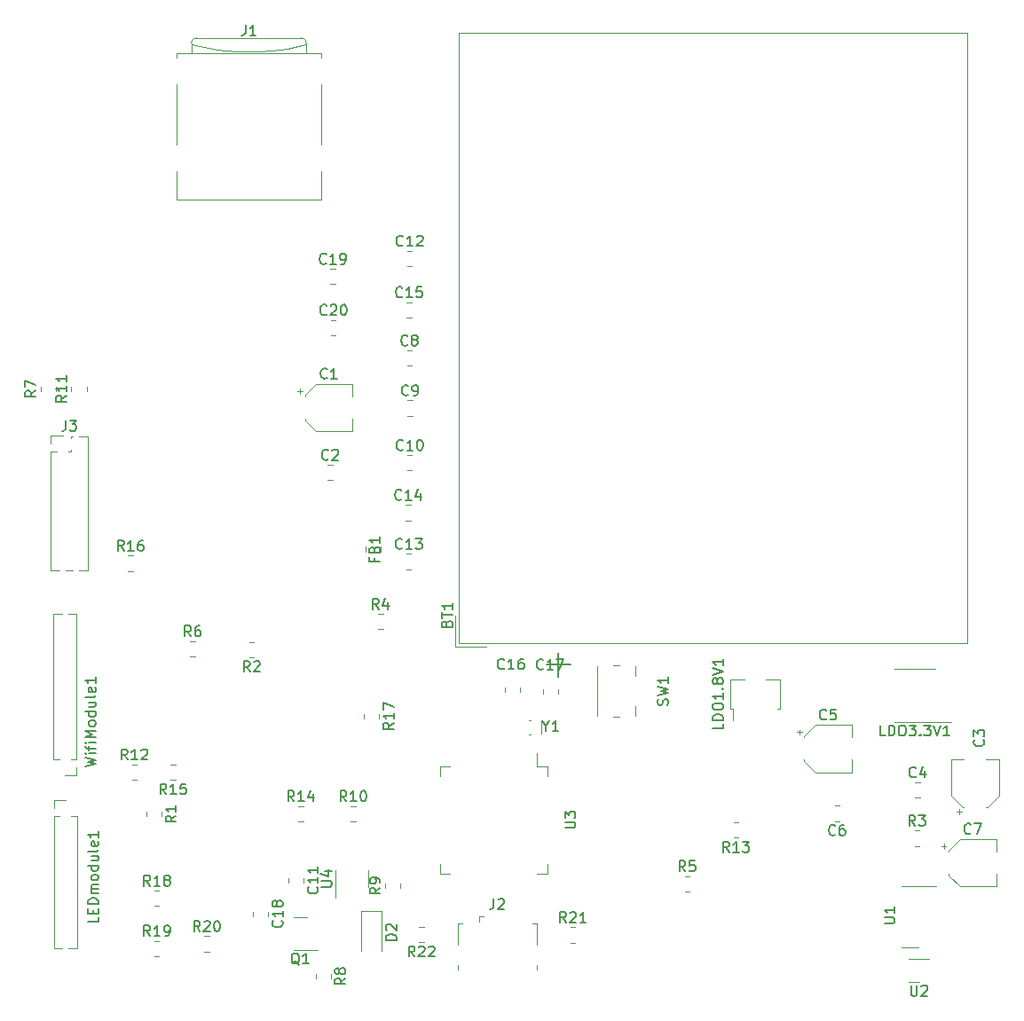
<source format=gbr>
%TF.GenerationSoftware,KiCad,Pcbnew,7.0.7*%
%TF.CreationDate,2023-11-17T10:09:12-08:00*%
%TF.ProjectId,Final_Project_Sutton_Yazzolino,46696e61-6c5f-4507-926f-6a6563745f53,rev?*%
%TF.SameCoordinates,Original*%
%TF.FileFunction,Legend,Top*%
%TF.FilePolarity,Positive*%
%FSLAX46Y46*%
G04 Gerber Fmt 4.6, Leading zero omitted, Abs format (unit mm)*
G04 Created by KiCad (PCBNEW 7.0.7) date 2023-11-17 10:09:12*
%MOMM*%
%LPD*%
G01*
G04 APERTURE LIST*
%ADD10C,0.150000*%
%ADD11C,0.120000*%
G04 APERTURE END LIST*
D10*
X131794642Y-125554819D02*
X131461309Y-125078628D01*
X131223214Y-125554819D02*
X131223214Y-124554819D01*
X131223214Y-124554819D02*
X131604166Y-124554819D01*
X131604166Y-124554819D02*
X131699404Y-124602438D01*
X131699404Y-124602438D02*
X131747023Y-124650057D01*
X131747023Y-124650057D02*
X131794642Y-124745295D01*
X131794642Y-124745295D02*
X131794642Y-124888152D01*
X131794642Y-124888152D02*
X131747023Y-124983390D01*
X131747023Y-124983390D02*
X131699404Y-125031009D01*
X131699404Y-125031009D02*
X131604166Y-125078628D01*
X131604166Y-125078628D02*
X131223214Y-125078628D01*
X132747023Y-125554819D02*
X132175595Y-125554819D01*
X132461309Y-125554819D02*
X132461309Y-124554819D01*
X132461309Y-124554819D02*
X132366071Y-124697676D01*
X132366071Y-124697676D02*
X132270833Y-124792914D01*
X132270833Y-124792914D02*
X132175595Y-124840533D01*
X133366071Y-124554819D02*
X133461309Y-124554819D01*
X133461309Y-124554819D02*
X133556547Y-124602438D01*
X133556547Y-124602438D02*
X133604166Y-124650057D01*
X133604166Y-124650057D02*
X133651785Y-124745295D01*
X133651785Y-124745295D02*
X133699404Y-124935771D01*
X133699404Y-124935771D02*
X133699404Y-125173866D01*
X133699404Y-125173866D02*
X133651785Y-125364342D01*
X133651785Y-125364342D02*
X133604166Y-125459580D01*
X133604166Y-125459580D02*
X133556547Y-125507200D01*
X133556547Y-125507200D02*
X133461309Y-125554819D01*
X133461309Y-125554819D02*
X133366071Y-125554819D01*
X133366071Y-125554819D02*
X133270833Y-125507200D01*
X133270833Y-125507200D02*
X133223214Y-125459580D01*
X133223214Y-125459580D02*
X133175595Y-125364342D01*
X133175595Y-125364342D02*
X133127976Y-125173866D01*
X133127976Y-125173866D02*
X133127976Y-124935771D01*
X133127976Y-124935771D02*
X133175595Y-124745295D01*
X133175595Y-124745295D02*
X133223214Y-124650057D01*
X133223214Y-124650057D02*
X133270833Y-124602438D01*
X133270833Y-124602438D02*
X133366071Y-124554819D01*
X138319642Y-140379819D02*
X137986309Y-139903628D01*
X137748214Y-140379819D02*
X137748214Y-139379819D01*
X137748214Y-139379819D02*
X138129166Y-139379819D01*
X138129166Y-139379819D02*
X138224404Y-139427438D01*
X138224404Y-139427438D02*
X138272023Y-139475057D01*
X138272023Y-139475057D02*
X138319642Y-139570295D01*
X138319642Y-139570295D02*
X138319642Y-139713152D01*
X138319642Y-139713152D02*
X138272023Y-139808390D01*
X138272023Y-139808390D02*
X138224404Y-139856009D01*
X138224404Y-139856009D02*
X138129166Y-139903628D01*
X138129166Y-139903628D02*
X137748214Y-139903628D01*
X138700595Y-139475057D02*
X138748214Y-139427438D01*
X138748214Y-139427438D02*
X138843452Y-139379819D01*
X138843452Y-139379819D02*
X139081547Y-139379819D01*
X139081547Y-139379819D02*
X139176785Y-139427438D01*
X139176785Y-139427438D02*
X139224404Y-139475057D01*
X139224404Y-139475057D02*
X139272023Y-139570295D01*
X139272023Y-139570295D02*
X139272023Y-139665533D01*
X139272023Y-139665533D02*
X139224404Y-139808390D01*
X139224404Y-139808390D02*
X138652976Y-140379819D01*
X138652976Y-140379819D02*
X139272023Y-140379819D01*
X139652976Y-139475057D02*
X139700595Y-139427438D01*
X139700595Y-139427438D02*
X139795833Y-139379819D01*
X139795833Y-139379819D02*
X140033928Y-139379819D01*
X140033928Y-139379819D02*
X140129166Y-139427438D01*
X140129166Y-139427438D02*
X140176785Y-139475057D01*
X140176785Y-139475057D02*
X140224404Y-139570295D01*
X140224404Y-139570295D02*
X140224404Y-139665533D01*
X140224404Y-139665533D02*
X140176785Y-139808390D01*
X140176785Y-139808390D02*
X139605357Y-140379819D01*
X139605357Y-140379819D02*
X140224404Y-140379819D01*
X152769642Y-137129819D02*
X152436309Y-136653628D01*
X152198214Y-137129819D02*
X152198214Y-136129819D01*
X152198214Y-136129819D02*
X152579166Y-136129819D01*
X152579166Y-136129819D02*
X152674404Y-136177438D01*
X152674404Y-136177438D02*
X152722023Y-136225057D01*
X152722023Y-136225057D02*
X152769642Y-136320295D01*
X152769642Y-136320295D02*
X152769642Y-136463152D01*
X152769642Y-136463152D02*
X152722023Y-136558390D01*
X152722023Y-136558390D02*
X152674404Y-136606009D01*
X152674404Y-136606009D02*
X152579166Y-136653628D01*
X152579166Y-136653628D02*
X152198214Y-136653628D01*
X153150595Y-136225057D02*
X153198214Y-136177438D01*
X153198214Y-136177438D02*
X153293452Y-136129819D01*
X153293452Y-136129819D02*
X153531547Y-136129819D01*
X153531547Y-136129819D02*
X153626785Y-136177438D01*
X153626785Y-136177438D02*
X153674404Y-136225057D01*
X153674404Y-136225057D02*
X153722023Y-136320295D01*
X153722023Y-136320295D02*
X153722023Y-136415533D01*
X153722023Y-136415533D02*
X153674404Y-136558390D01*
X153674404Y-136558390D02*
X153102976Y-137129819D01*
X153102976Y-137129819D02*
X153722023Y-137129819D01*
X154674404Y-137129819D02*
X154102976Y-137129819D01*
X154388690Y-137129819D02*
X154388690Y-136129819D01*
X154388690Y-136129819D02*
X154293452Y-136272676D01*
X154293452Y-136272676D02*
X154198214Y-136367914D01*
X154198214Y-136367914D02*
X154102976Y-136415533D01*
X106879819Y-122235713D02*
X107879819Y-121997618D01*
X107879819Y-121997618D02*
X107165533Y-121807142D01*
X107165533Y-121807142D02*
X107879819Y-121616666D01*
X107879819Y-121616666D02*
X106879819Y-121378571D01*
X107879819Y-120997618D02*
X107213152Y-120997618D01*
X106879819Y-120997618D02*
X106927438Y-121045237D01*
X106927438Y-121045237D02*
X106975057Y-120997618D01*
X106975057Y-120997618D02*
X106927438Y-120949999D01*
X106927438Y-120949999D02*
X106879819Y-120997618D01*
X106879819Y-120997618D02*
X106975057Y-120997618D01*
X107213152Y-120664285D02*
X107213152Y-120283333D01*
X107879819Y-120521428D02*
X107022676Y-120521428D01*
X107022676Y-120521428D02*
X106927438Y-120473809D01*
X106927438Y-120473809D02*
X106879819Y-120378571D01*
X106879819Y-120378571D02*
X106879819Y-120283333D01*
X107879819Y-119949999D02*
X107213152Y-119949999D01*
X106879819Y-119949999D02*
X106927438Y-119997618D01*
X106927438Y-119997618D02*
X106975057Y-119949999D01*
X106975057Y-119949999D02*
X106927438Y-119902380D01*
X106927438Y-119902380D02*
X106879819Y-119949999D01*
X106879819Y-119949999D02*
X106975057Y-119949999D01*
X107879819Y-119473809D02*
X106879819Y-119473809D01*
X106879819Y-119473809D02*
X107594104Y-119140476D01*
X107594104Y-119140476D02*
X106879819Y-118807143D01*
X106879819Y-118807143D02*
X107879819Y-118807143D01*
X107879819Y-118188095D02*
X107832200Y-118283333D01*
X107832200Y-118283333D02*
X107784580Y-118330952D01*
X107784580Y-118330952D02*
X107689342Y-118378571D01*
X107689342Y-118378571D02*
X107403628Y-118378571D01*
X107403628Y-118378571D02*
X107308390Y-118330952D01*
X107308390Y-118330952D02*
X107260771Y-118283333D01*
X107260771Y-118283333D02*
X107213152Y-118188095D01*
X107213152Y-118188095D02*
X107213152Y-118045238D01*
X107213152Y-118045238D02*
X107260771Y-117950000D01*
X107260771Y-117950000D02*
X107308390Y-117902381D01*
X107308390Y-117902381D02*
X107403628Y-117854762D01*
X107403628Y-117854762D02*
X107689342Y-117854762D01*
X107689342Y-117854762D02*
X107784580Y-117902381D01*
X107784580Y-117902381D02*
X107832200Y-117950000D01*
X107832200Y-117950000D02*
X107879819Y-118045238D01*
X107879819Y-118045238D02*
X107879819Y-118188095D01*
X107879819Y-116997619D02*
X106879819Y-116997619D01*
X107832200Y-116997619D02*
X107879819Y-117092857D01*
X107879819Y-117092857D02*
X107879819Y-117283333D01*
X107879819Y-117283333D02*
X107832200Y-117378571D01*
X107832200Y-117378571D02*
X107784580Y-117426190D01*
X107784580Y-117426190D02*
X107689342Y-117473809D01*
X107689342Y-117473809D02*
X107403628Y-117473809D01*
X107403628Y-117473809D02*
X107308390Y-117426190D01*
X107308390Y-117426190D02*
X107260771Y-117378571D01*
X107260771Y-117378571D02*
X107213152Y-117283333D01*
X107213152Y-117283333D02*
X107213152Y-117092857D01*
X107213152Y-117092857D02*
X107260771Y-116997619D01*
X107213152Y-116092857D02*
X107879819Y-116092857D01*
X107213152Y-116521428D02*
X107736961Y-116521428D01*
X107736961Y-116521428D02*
X107832200Y-116473809D01*
X107832200Y-116473809D02*
X107879819Y-116378571D01*
X107879819Y-116378571D02*
X107879819Y-116235714D01*
X107879819Y-116235714D02*
X107832200Y-116140476D01*
X107832200Y-116140476D02*
X107784580Y-116092857D01*
X107879819Y-115473809D02*
X107832200Y-115569047D01*
X107832200Y-115569047D02*
X107736961Y-115616666D01*
X107736961Y-115616666D02*
X106879819Y-115616666D01*
X107832200Y-114711904D02*
X107879819Y-114807142D01*
X107879819Y-114807142D02*
X107879819Y-114997618D01*
X107879819Y-114997618D02*
X107832200Y-115092856D01*
X107832200Y-115092856D02*
X107736961Y-115140475D01*
X107736961Y-115140475D02*
X107356009Y-115140475D01*
X107356009Y-115140475D02*
X107260771Y-115092856D01*
X107260771Y-115092856D02*
X107213152Y-114997618D01*
X107213152Y-114997618D02*
X107213152Y-114807142D01*
X107213152Y-114807142D02*
X107260771Y-114711904D01*
X107260771Y-114711904D02*
X107356009Y-114664285D01*
X107356009Y-114664285D02*
X107451247Y-114664285D01*
X107451247Y-114664285D02*
X107546485Y-115140475D01*
X107879819Y-113711904D02*
X107879819Y-114283332D01*
X107879819Y-113997618D02*
X106879819Y-113997618D01*
X106879819Y-113997618D02*
X107022676Y-114092856D01*
X107022676Y-114092856D02*
X107117914Y-114188094D01*
X107117914Y-114188094D02*
X107165533Y-114283332D01*
X168319642Y-130404819D02*
X167986309Y-129928628D01*
X167748214Y-130404819D02*
X167748214Y-129404819D01*
X167748214Y-129404819D02*
X168129166Y-129404819D01*
X168129166Y-129404819D02*
X168224404Y-129452438D01*
X168224404Y-129452438D02*
X168272023Y-129500057D01*
X168272023Y-129500057D02*
X168319642Y-129595295D01*
X168319642Y-129595295D02*
X168319642Y-129738152D01*
X168319642Y-129738152D02*
X168272023Y-129833390D01*
X168272023Y-129833390D02*
X168224404Y-129881009D01*
X168224404Y-129881009D02*
X168129166Y-129928628D01*
X168129166Y-129928628D02*
X167748214Y-129928628D01*
X169272023Y-130404819D02*
X168700595Y-130404819D01*
X168986309Y-130404819D02*
X168986309Y-129404819D01*
X168986309Y-129404819D02*
X168891071Y-129547676D01*
X168891071Y-129547676D02*
X168795833Y-129642914D01*
X168795833Y-129642914D02*
X168700595Y-129690533D01*
X169605357Y-129404819D02*
X170224404Y-129404819D01*
X170224404Y-129404819D02*
X169891071Y-129785771D01*
X169891071Y-129785771D02*
X170033928Y-129785771D01*
X170033928Y-129785771D02*
X170129166Y-129833390D01*
X170129166Y-129833390D02*
X170176785Y-129881009D01*
X170176785Y-129881009D02*
X170224404Y-129976247D01*
X170224404Y-129976247D02*
X170224404Y-130214342D01*
X170224404Y-130214342D02*
X170176785Y-130309580D01*
X170176785Y-130309580D02*
X170129166Y-130357200D01*
X170129166Y-130357200D02*
X170033928Y-130404819D01*
X170033928Y-130404819D02*
X169748214Y-130404819D01*
X169748214Y-130404819D02*
X169652976Y-130357200D01*
X169652976Y-130357200D02*
X169605357Y-130309580D01*
X105104819Y-86830357D02*
X104628628Y-87163690D01*
X105104819Y-87401785D02*
X104104819Y-87401785D01*
X104104819Y-87401785D02*
X104104819Y-87020833D01*
X104104819Y-87020833D02*
X104152438Y-86925595D01*
X104152438Y-86925595D02*
X104200057Y-86877976D01*
X104200057Y-86877976D02*
X104295295Y-86830357D01*
X104295295Y-86830357D02*
X104438152Y-86830357D01*
X104438152Y-86830357D02*
X104533390Y-86877976D01*
X104533390Y-86877976D02*
X104581009Y-86925595D01*
X104581009Y-86925595D02*
X104628628Y-87020833D01*
X104628628Y-87020833D02*
X104628628Y-87401785D01*
X105104819Y-85877976D02*
X105104819Y-86449404D01*
X105104819Y-86163690D02*
X104104819Y-86163690D01*
X104104819Y-86163690D02*
X104247676Y-86258928D01*
X104247676Y-86258928D02*
X104342914Y-86354166D01*
X104342914Y-86354166D02*
X104390533Y-86449404D01*
X105104819Y-84925595D02*
X105104819Y-85497023D01*
X105104819Y-85211309D02*
X104104819Y-85211309D01*
X104104819Y-85211309D02*
X104247676Y-85306547D01*
X104247676Y-85306547D02*
X104342914Y-85401785D01*
X104342914Y-85401785D02*
X104390533Y-85497023D01*
X102154819Y-86354166D02*
X101678628Y-86687499D01*
X102154819Y-86925594D02*
X101154819Y-86925594D01*
X101154819Y-86925594D02*
X101154819Y-86544642D01*
X101154819Y-86544642D02*
X101202438Y-86449404D01*
X101202438Y-86449404D02*
X101250057Y-86401785D01*
X101250057Y-86401785D02*
X101345295Y-86354166D01*
X101345295Y-86354166D02*
X101488152Y-86354166D01*
X101488152Y-86354166D02*
X101583390Y-86401785D01*
X101583390Y-86401785D02*
X101631009Y-86449404D01*
X101631009Y-86449404D02*
X101678628Y-86544642D01*
X101678628Y-86544642D02*
X101678628Y-86925594D01*
X101154819Y-86020832D02*
X101154819Y-85354166D01*
X101154819Y-85354166D02*
X102154819Y-85782737D01*
X164145833Y-132229819D02*
X163812500Y-131753628D01*
X163574405Y-132229819D02*
X163574405Y-131229819D01*
X163574405Y-131229819D02*
X163955357Y-131229819D01*
X163955357Y-131229819D02*
X164050595Y-131277438D01*
X164050595Y-131277438D02*
X164098214Y-131325057D01*
X164098214Y-131325057D02*
X164145833Y-131420295D01*
X164145833Y-131420295D02*
X164145833Y-131563152D01*
X164145833Y-131563152D02*
X164098214Y-131658390D01*
X164098214Y-131658390D02*
X164050595Y-131706009D01*
X164050595Y-131706009D02*
X163955357Y-131753628D01*
X163955357Y-131753628D02*
X163574405Y-131753628D01*
X165050595Y-131229819D02*
X164574405Y-131229819D01*
X164574405Y-131229819D02*
X164526786Y-131706009D01*
X164526786Y-131706009D02*
X164574405Y-131658390D01*
X164574405Y-131658390D02*
X164669643Y-131610771D01*
X164669643Y-131610771D02*
X164907738Y-131610771D01*
X164907738Y-131610771D02*
X165002976Y-131658390D01*
X165002976Y-131658390D02*
X165050595Y-131706009D01*
X165050595Y-131706009D02*
X165098214Y-131801247D01*
X165098214Y-131801247D02*
X165098214Y-132039342D01*
X165098214Y-132039342D02*
X165050595Y-132134580D01*
X165050595Y-132134580D02*
X165002976Y-132182200D01*
X165002976Y-132182200D02*
X164907738Y-132229819D01*
X164907738Y-132229819D02*
X164669643Y-132229819D01*
X164669643Y-132229819D02*
X164574405Y-132182200D01*
X164574405Y-132182200D02*
X164526786Y-132134580D01*
X108129819Y-136608333D02*
X108129819Y-137084523D01*
X108129819Y-137084523D02*
X107129819Y-137084523D01*
X107606009Y-136274999D02*
X107606009Y-135941666D01*
X108129819Y-135798809D02*
X108129819Y-136274999D01*
X108129819Y-136274999D02*
X107129819Y-136274999D01*
X107129819Y-136274999D02*
X107129819Y-135798809D01*
X108129819Y-135370237D02*
X107129819Y-135370237D01*
X107129819Y-135370237D02*
X107129819Y-135132142D01*
X107129819Y-135132142D02*
X107177438Y-134989285D01*
X107177438Y-134989285D02*
X107272676Y-134894047D01*
X107272676Y-134894047D02*
X107367914Y-134846428D01*
X107367914Y-134846428D02*
X107558390Y-134798809D01*
X107558390Y-134798809D02*
X107701247Y-134798809D01*
X107701247Y-134798809D02*
X107891723Y-134846428D01*
X107891723Y-134846428D02*
X107986961Y-134894047D01*
X107986961Y-134894047D02*
X108082200Y-134989285D01*
X108082200Y-134989285D02*
X108129819Y-135132142D01*
X108129819Y-135132142D02*
X108129819Y-135370237D01*
X108129819Y-134370237D02*
X107463152Y-134370237D01*
X107558390Y-134370237D02*
X107510771Y-134322618D01*
X107510771Y-134322618D02*
X107463152Y-134227380D01*
X107463152Y-134227380D02*
X107463152Y-134084523D01*
X107463152Y-134084523D02*
X107510771Y-133989285D01*
X107510771Y-133989285D02*
X107606009Y-133941666D01*
X107606009Y-133941666D02*
X108129819Y-133941666D01*
X107606009Y-133941666D02*
X107510771Y-133894047D01*
X107510771Y-133894047D02*
X107463152Y-133798809D01*
X107463152Y-133798809D02*
X107463152Y-133655952D01*
X107463152Y-133655952D02*
X107510771Y-133560713D01*
X107510771Y-133560713D02*
X107606009Y-133513094D01*
X107606009Y-133513094D02*
X108129819Y-133513094D01*
X108129819Y-132894047D02*
X108082200Y-132989285D01*
X108082200Y-132989285D02*
X108034580Y-133036904D01*
X108034580Y-133036904D02*
X107939342Y-133084523D01*
X107939342Y-133084523D02*
X107653628Y-133084523D01*
X107653628Y-133084523D02*
X107558390Y-133036904D01*
X107558390Y-133036904D02*
X107510771Y-132989285D01*
X107510771Y-132989285D02*
X107463152Y-132894047D01*
X107463152Y-132894047D02*
X107463152Y-132751190D01*
X107463152Y-132751190D02*
X107510771Y-132655952D01*
X107510771Y-132655952D02*
X107558390Y-132608333D01*
X107558390Y-132608333D02*
X107653628Y-132560714D01*
X107653628Y-132560714D02*
X107939342Y-132560714D01*
X107939342Y-132560714D02*
X108034580Y-132608333D01*
X108034580Y-132608333D02*
X108082200Y-132655952D01*
X108082200Y-132655952D02*
X108129819Y-132751190D01*
X108129819Y-132751190D02*
X108129819Y-132894047D01*
X108129819Y-131703571D02*
X107129819Y-131703571D01*
X108082200Y-131703571D02*
X108129819Y-131798809D01*
X108129819Y-131798809D02*
X108129819Y-131989285D01*
X108129819Y-131989285D02*
X108082200Y-132084523D01*
X108082200Y-132084523D02*
X108034580Y-132132142D01*
X108034580Y-132132142D02*
X107939342Y-132179761D01*
X107939342Y-132179761D02*
X107653628Y-132179761D01*
X107653628Y-132179761D02*
X107558390Y-132132142D01*
X107558390Y-132132142D02*
X107510771Y-132084523D01*
X107510771Y-132084523D02*
X107463152Y-131989285D01*
X107463152Y-131989285D02*
X107463152Y-131798809D01*
X107463152Y-131798809D02*
X107510771Y-131703571D01*
X107463152Y-130798809D02*
X108129819Y-130798809D01*
X107463152Y-131227380D02*
X107986961Y-131227380D01*
X107986961Y-131227380D02*
X108082200Y-131179761D01*
X108082200Y-131179761D02*
X108129819Y-131084523D01*
X108129819Y-131084523D02*
X108129819Y-130941666D01*
X108129819Y-130941666D02*
X108082200Y-130846428D01*
X108082200Y-130846428D02*
X108034580Y-130798809D01*
X108129819Y-130179761D02*
X108082200Y-130274999D01*
X108082200Y-130274999D02*
X107986961Y-130322618D01*
X107986961Y-130322618D02*
X107129819Y-130322618D01*
X108082200Y-129417856D02*
X108129819Y-129513094D01*
X108129819Y-129513094D02*
X108129819Y-129703570D01*
X108129819Y-129703570D02*
X108082200Y-129798808D01*
X108082200Y-129798808D02*
X107986961Y-129846427D01*
X107986961Y-129846427D02*
X107606009Y-129846427D01*
X107606009Y-129846427D02*
X107510771Y-129798808D01*
X107510771Y-129798808D02*
X107463152Y-129703570D01*
X107463152Y-129703570D02*
X107463152Y-129513094D01*
X107463152Y-129513094D02*
X107510771Y-129417856D01*
X107510771Y-129417856D02*
X107606009Y-129370237D01*
X107606009Y-129370237D02*
X107701247Y-129370237D01*
X107701247Y-129370237D02*
X107796485Y-129846427D01*
X108129819Y-128417856D02*
X108129819Y-128989284D01*
X108129819Y-128703570D02*
X107129819Y-128703570D01*
X107129819Y-128703570D02*
X107272676Y-128798808D01*
X107272676Y-128798808D02*
X107367914Y-128894046D01*
X107367914Y-128894046D02*
X107415533Y-128989284D01*
X105031666Y-89189819D02*
X105031666Y-89904104D01*
X105031666Y-89904104D02*
X104984047Y-90046961D01*
X104984047Y-90046961D02*
X104888809Y-90142200D01*
X104888809Y-90142200D02*
X104745952Y-90189819D01*
X104745952Y-90189819D02*
X104650714Y-90189819D01*
X105412619Y-89189819D02*
X106031666Y-89189819D01*
X106031666Y-89189819D02*
X105698333Y-89570771D01*
X105698333Y-89570771D02*
X105841190Y-89570771D01*
X105841190Y-89570771D02*
X105936428Y-89618390D01*
X105936428Y-89618390D02*
X105984047Y-89666009D01*
X105984047Y-89666009D02*
X106031666Y-89761247D01*
X106031666Y-89761247D02*
X106031666Y-89999342D01*
X106031666Y-89999342D02*
X105984047Y-90094580D01*
X105984047Y-90094580D02*
X105936428Y-90142200D01*
X105936428Y-90142200D02*
X105841190Y-90189819D01*
X105841190Y-90189819D02*
X105555476Y-90189819D01*
X105555476Y-90189819D02*
X105460238Y-90142200D01*
X105460238Y-90142200D02*
X105412619Y-90094580D01*
X191383333Y-128584580D02*
X191335714Y-128632200D01*
X191335714Y-128632200D02*
X191192857Y-128679819D01*
X191192857Y-128679819D02*
X191097619Y-128679819D01*
X191097619Y-128679819D02*
X190954762Y-128632200D01*
X190954762Y-128632200D02*
X190859524Y-128536961D01*
X190859524Y-128536961D02*
X190811905Y-128441723D01*
X190811905Y-128441723D02*
X190764286Y-128251247D01*
X190764286Y-128251247D02*
X190764286Y-128108390D01*
X190764286Y-128108390D02*
X190811905Y-127917914D01*
X190811905Y-127917914D02*
X190859524Y-127822676D01*
X190859524Y-127822676D02*
X190954762Y-127727438D01*
X190954762Y-127727438D02*
X191097619Y-127679819D01*
X191097619Y-127679819D02*
X191192857Y-127679819D01*
X191192857Y-127679819D02*
X191335714Y-127727438D01*
X191335714Y-127727438D02*
X191383333Y-127775057D01*
X191716667Y-127679819D02*
X192383333Y-127679819D01*
X192383333Y-127679819D02*
X191954762Y-128679819D01*
X177583333Y-117684580D02*
X177535714Y-117732200D01*
X177535714Y-117732200D02*
X177392857Y-117779819D01*
X177392857Y-117779819D02*
X177297619Y-117779819D01*
X177297619Y-117779819D02*
X177154762Y-117732200D01*
X177154762Y-117732200D02*
X177059524Y-117636961D01*
X177059524Y-117636961D02*
X177011905Y-117541723D01*
X177011905Y-117541723D02*
X176964286Y-117351247D01*
X176964286Y-117351247D02*
X176964286Y-117208390D01*
X176964286Y-117208390D02*
X177011905Y-117017914D01*
X177011905Y-117017914D02*
X177059524Y-116922676D01*
X177059524Y-116922676D02*
X177154762Y-116827438D01*
X177154762Y-116827438D02*
X177297619Y-116779819D01*
X177297619Y-116779819D02*
X177392857Y-116779819D01*
X177392857Y-116779819D02*
X177535714Y-116827438D01*
X177535714Y-116827438D02*
X177583333Y-116875057D01*
X178488095Y-116779819D02*
X178011905Y-116779819D01*
X178011905Y-116779819D02*
X177964286Y-117256009D01*
X177964286Y-117256009D02*
X178011905Y-117208390D01*
X178011905Y-117208390D02*
X178107143Y-117160771D01*
X178107143Y-117160771D02*
X178345238Y-117160771D01*
X178345238Y-117160771D02*
X178440476Y-117208390D01*
X178440476Y-117208390D02*
X178488095Y-117256009D01*
X178488095Y-117256009D02*
X178535714Y-117351247D01*
X178535714Y-117351247D02*
X178535714Y-117589342D01*
X178535714Y-117589342D02*
X178488095Y-117684580D01*
X178488095Y-117684580D02*
X178440476Y-117732200D01*
X178440476Y-117732200D02*
X178345238Y-117779819D01*
X178345238Y-117779819D02*
X178107143Y-117779819D01*
X178107143Y-117779819D02*
X178011905Y-117732200D01*
X178011905Y-117732200D02*
X177964286Y-117684580D01*
X192559580Y-119691666D02*
X192607200Y-119739285D01*
X192607200Y-119739285D02*
X192654819Y-119882142D01*
X192654819Y-119882142D02*
X192654819Y-119977380D01*
X192654819Y-119977380D02*
X192607200Y-120120237D01*
X192607200Y-120120237D02*
X192511961Y-120215475D01*
X192511961Y-120215475D02*
X192416723Y-120263094D01*
X192416723Y-120263094D02*
X192226247Y-120310713D01*
X192226247Y-120310713D02*
X192083390Y-120310713D01*
X192083390Y-120310713D02*
X191892914Y-120263094D01*
X191892914Y-120263094D02*
X191797676Y-120215475D01*
X191797676Y-120215475D02*
X191702438Y-120120237D01*
X191702438Y-120120237D02*
X191654819Y-119977380D01*
X191654819Y-119977380D02*
X191654819Y-119882142D01*
X191654819Y-119882142D02*
X191702438Y-119739285D01*
X191702438Y-119739285D02*
X191750057Y-119691666D01*
X191654819Y-119358332D02*
X191654819Y-118739285D01*
X191654819Y-118739285D02*
X192035771Y-119072618D01*
X192035771Y-119072618D02*
X192035771Y-118929761D01*
X192035771Y-118929761D02*
X192083390Y-118834523D01*
X192083390Y-118834523D02*
X192131009Y-118786904D01*
X192131009Y-118786904D02*
X192226247Y-118739285D01*
X192226247Y-118739285D02*
X192464342Y-118739285D01*
X192464342Y-118739285D02*
X192559580Y-118786904D01*
X192559580Y-118786904D02*
X192607200Y-118834523D01*
X192607200Y-118834523D02*
X192654819Y-118929761D01*
X192654819Y-118929761D02*
X192654819Y-119215475D01*
X192654819Y-119215475D02*
X192607200Y-119310713D01*
X192607200Y-119310713D02*
X192559580Y-119358332D01*
X129958333Y-85134580D02*
X129910714Y-85182200D01*
X129910714Y-85182200D02*
X129767857Y-85229819D01*
X129767857Y-85229819D02*
X129672619Y-85229819D01*
X129672619Y-85229819D02*
X129529762Y-85182200D01*
X129529762Y-85182200D02*
X129434524Y-85086961D01*
X129434524Y-85086961D02*
X129386905Y-84991723D01*
X129386905Y-84991723D02*
X129339286Y-84801247D01*
X129339286Y-84801247D02*
X129339286Y-84658390D01*
X129339286Y-84658390D02*
X129386905Y-84467914D01*
X129386905Y-84467914D02*
X129434524Y-84372676D01*
X129434524Y-84372676D02*
X129529762Y-84277438D01*
X129529762Y-84277438D02*
X129672619Y-84229819D01*
X129672619Y-84229819D02*
X129767857Y-84229819D01*
X129767857Y-84229819D02*
X129910714Y-84277438D01*
X129910714Y-84277438D02*
X129958333Y-84325057D01*
X130910714Y-85229819D02*
X130339286Y-85229819D01*
X130625000Y-85229819D02*
X130625000Y-84229819D01*
X130625000Y-84229819D02*
X130529762Y-84372676D01*
X130529762Y-84372676D02*
X130434524Y-84467914D01*
X130434524Y-84467914D02*
X130339286Y-84515533D01*
X150848809Y-118378628D02*
X150848809Y-118854819D01*
X150515476Y-117854819D02*
X150848809Y-118378628D01*
X150848809Y-118378628D02*
X151182142Y-117854819D01*
X152039285Y-118854819D02*
X151467857Y-118854819D01*
X151753571Y-118854819D02*
X151753571Y-117854819D01*
X151753571Y-117854819D02*
X151658333Y-117997676D01*
X151658333Y-117997676D02*
X151563095Y-118092914D01*
X151563095Y-118092914D02*
X151467857Y-118140533D01*
X129404819Y-133699404D02*
X130214342Y-133699404D01*
X130214342Y-133699404D02*
X130309580Y-133651785D01*
X130309580Y-133651785D02*
X130357200Y-133604166D01*
X130357200Y-133604166D02*
X130404819Y-133508928D01*
X130404819Y-133508928D02*
X130404819Y-133318452D01*
X130404819Y-133318452D02*
X130357200Y-133223214D01*
X130357200Y-133223214D02*
X130309580Y-133175595D01*
X130309580Y-133175595D02*
X130214342Y-133127976D01*
X130214342Y-133127976D02*
X129404819Y-133127976D01*
X129738152Y-132223214D02*
X130404819Y-132223214D01*
X129357200Y-132461309D02*
X130071485Y-132699404D01*
X130071485Y-132699404D02*
X130071485Y-132080357D01*
X162457200Y-116358332D02*
X162504819Y-116215475D01*
X162504819Y-116215475D02*
X162504819Y-115977380D01*
X162504819Y-115977380D02*
X162457200Y-115882142D01*
X162457200Y-115882142D02*
X162409580Y-115834523D01*
X162409580Y-115834523D02*
X162314342Y-115786904D01*
X162314342Y-115786904D02*
X162219104Y-115786904D01*
X162219104Y-115786904D02*
X162123866Y-115834523D01*
X162123866Y-115834523D02*
X162076247Y-115882142D01*
X162076247Y-115882142D02*
X162028628Y-115977380D01*
X162028628Y-115977380D02*
X161981009Y-116167856D01*
X161981009Y-116167856D02*
X161933390Y-116263094D01*
X161933390Y-116263094D02*
X161885771Y-116310713D01*
X161885771Y-116310713D02*
X161790533Y-116358332D01*
X161790533Y-116358332D02*
X161695295Y-116358332D01*
X161695295Y-116358332D02*
X161600057Y-116310713D01*
X161600057Y-116310713D02*
X161552438Y-116263094D01*
X161552438Y-116263094D02*
X161504819Y-116167856D01*
X161504819Y-116167856D02*
X161504819Y-115929761D01*
X161504819Y-115929761D02*
X161552438Y-115786904D01*
X161504819Y-115453570D02*
X162504819Y-115215475D01*
X162504819Y-115215475D02*
X161790533Y-115024999D01*
X161790533Y-115024999D02*
X162504819Y-114834523D01*
X162504819Y-114834523D02*
X161504819Y-114596428D01*
X162504819Y-113691666D02*
X162504819Y-114263094D01*
X162504819Y-113977380D02*
X161504819Y-113977380D01*
X161504819Y-113977380D02*
X161647676Y-114072618D01*
X161647676Y-114072618D02*
X161742914Y-114167856D01*
X161742914Y-114167856D02*
X161790533Y-114263094D01*
X117844642Y-137954819D02*
X117511309Y-137478628D01*
X117273214Y-137954819D02*
X117273214Y-136954819D01*
X117273214Y-136954819D02*
X117654166Y-136954819D01*
X117654166Y-136954819D02*
X117749404Y-137002438D01*
X117749404Y-137002438D02*
X117797023Y-137050057D01*
X117797023Y-137050057D02*
X117844642Y-137145295D01*
X117844642Y-137145295D02*
X117844642Y-137288152D01*
X117844642Y-137288152D02*
X117797023Y-137383390D01*
X117797023Y-137383390D02*
X117749404Y-137431009D01*
X117749404Y-137431009D02*
X117654166Y-137478628D01*
X117654166Y-137478628D02*
X117273214Y-137478628D01*
X118225595Y-137050057D02*
X118273214Y-137002438D01*
X118273214Y-137002438D02*
X118368452Y-136954819D01*
X118368452Y-136954819D02*
X118606547Y-136954819D01*
X118606547Y-136954819D02*
X118701785Y-137002438D01*
X118701785Y-137002438D02*
X118749404Y-137050057D01*
X118749404Y-137050057D02*
X118797023Y-137145295D01*
X118797023Y-137145295D02*
X118797023Y-137240533D01*
X118797023Y-137240533D02*
X118749404Y-137383390D01*
X118749404Y-137383390D02*
X118177976Y-137954819D01*
X118177976Y-137954819D02*
X118797023Y-137954819D01*
X119416071Y-136954819D02*
X119511309Y-136954819D01*
X119511309Y-136954819D02*
X119606547Y-137002438D01*
X119606547Y-137002438D02*
X119654166Y-137050057D01*
X119654166Y-137050057D02*
X119701785Y-137145295D01*
X119701785Y-137145295D02*
X119749404Y-137335771D01*
X119749404Y-137335771D02*
X119749404Y-137573866D01*
X119749404Y-137573866D02*
X119701785Y-137764342D01*
X119701785Y-137764342D02*
X119654166Y-137859580D01*
X119654166Y-137859580D02*
X119606547Y-137907200D01*
X119606547Y-137907200D02*
X119511309Y-137954819D01*
X119511309Y-137954819D02*
X119416071Y-137954819D01*
X119416071Y-137954819D02*
X119320833Y-137907200D01*
X119320833Y-137907200D02*
X119273214Y-137859580D01*
X119273214Y-137859580D02*
X119225595Y-137764342D01*
X119225595Y-137764342D02*
X119177976Y-137573866D01*
X119177976Y-137573866D02*
X119177976Y-137335771D01*
X119177976Y-137335771D02*
X119225595Y-137145295D01*
X119225595Y-137145295D02*
X119273214Y-137050057D01*
X119273214Y-137050057D02*
X119320833Y-137002438D01*
X119320833Y-137002438D02*
X119416071Y-136954819D01*
X113069642Y-138404819D02*
X112736309Y-137928628D01*
X112498214Y-138404819D02*
X112498214Y-137404819D01*
X112498214Y-137404819D02*
X112879166Y-137404819D01*
X112879166Y-137404819D02*
X112974404Y-137452438D01*
X112974404Y-137452438D02*
X113022023Y-137500057D01*
X113022023Y-137500057D02*
X113069642Y-137595295D01*
X113069642Y-137595295D02*
X113069642Y-137738152D01*
X113069642Y-137738152D02*
X113022023Y-137833390D01*
X113022023Y-137833390D02*
X112974404Y-137881009D01*
X112974404Y-137881009D02*
X112879166Y-137928628D01*
X112879166Y-137928628D02*
X112498214Y-137928628D01*
X114022023Y-138404819D02*
X113450595Y-138404819D01*
X113736309Y-138404819D02*
X113736309Y-137404819D01*
X113736309Y-137404819D02*
X113641071Y-137547676D01*
X113641071Y-137547676D02*
X113545833Y-137642914D01*
X113545833Y-137642914D02*
X113450595Y-137690533D01*
X114498214Y-138404819D02*
X114688690Y-138404819D01*
X114688690Y-138404819D02*
X114783928Y-138357200D01*
X114783928Y-138357200D02*
X114831547Y-138309580D01*
X114831547Y-138309580D02*
X114926785Y-138166723D01*
X114926785Y-138166723D02*
X114974404Y-137976247D01*
X114974404Y-137976247D02*
X114974404Y-137595295D01*
X114974404Y-137595295D02*
X114926785Y-137500057D01*
X114926785Y-137500057D02*
X114879166Y-137452438D01*
X114879166Y-137452438D02*
X114783928Y-137404819D01*
X114783928Y-137404819D02*
X114593452Y-137404819D01*
X114593452Y-137404819D02*
X114498214Y-137452438D01*
X114498214Y-137452438D02*
X114450595Y-137500057D01*
X114450595Y-137500057D02*
X114402976Y-137595295D01*
X114402976Y-137595295D02*
X114402976Y-137833390D01*
X114402976Y-137833390D02*
X114450595Y-137928628D01*
X114450595Y-137928628D02*
X114498214Y-137976247D01*
X114498214Y-137976247D02*
X114593452Y-138023866D01*
X114593452Y-138023866D02*
X114783928Y-138023866D01*
X114783928Y-138023866D02*
X114879166Y-137976247D01*
X114879166Y-137976247D02*
X114926785Y-137928628D01*
X114926785Y-137928628D02*
X114974404Y-137833390D01*
X113069642Y-133629819D02*
X112736309Y-133153628D01*
X112498214Y-133629819D02*
X112498214Y-132629819D01*
X112498214Y-132629819D02*
X112879166Y-132629819D01*
X112879166Y-132629819D02*
X112974404Y-132677438D01*
X112974404Y-132677438D02*
X113022023Y-132725057D01*
X113022023Y-132725057D02*
X113069642Y-132820295D01*
X113069642Y-132820295D02*
X113069642Y-132963152D01*
X113069642Y-132963152D02*
X113022023Y-133058390D01*
X113022023Y-133058390D02*
X112974404Y-133106009D01*
X112974404Y-133106009D02*
X112879166Y-133153628D01*
X112879166Y-133153628D02*
X112498214Y-133153628D01*
X114022023Y-133629819D02*
X113450595Y-133629819D01*
X113736309Y-133629819D02*
X113736309Y-132629819D01*
X113736309Y-132629819D02*
X113641071Y-132772676D01*
X113641071Y-132772676D02*
X113545833Y-132867914D01*
X113545833Y-132867914D02*
X113450595Y-132915533D01*
X114593452Y-133058390D02*
X114498214Y-133010771D01*
X114498214Y-133010771D02*
X114450595Y-132963152D01*
X114450595Y-132963152D02*
X114402976Y-132867914D01*
X114402976Y-132867914D02*
X114402976Y-132820295D01*
X114402976Y-132820295D02*
X114450595Y-132725057D01*
X114450595Y-132725057D02*
X114498214Y-132677438D01*
X114498214Y-132677438D02*
X114593452Y-132629819D01*
X114593452Y-132629819D02*
X114783928Y-132629819D01*
X114783928Y-132629819D02*
X114879166Y-132677438D01*
X114879166Y-132677438D02*
X114926785Y-132725057D01*
X114926785Y-132725057D02*
X114974404Y-132820295D01*
X114974404Y-132820295D02*
X114974404Y-132867914D01*
X114974404Y-132867914D02*
X114926785Y-132963152D01*
X114926785Y-132963152D02*
X114879166Y-133010771D01*
X114879166Y-133010771D02*
X114783928Y-133058390D01*
X114783928Y-133058390D02*
X114593452Y-133058390D01*
X114593452Y-133058390D02*
X114498214Y-133106009D01*
X114498214Y-133106009D02*
X114450595Y-133153628D01*
X114450595Y-133153628D02*
X114402976Y-133248866D01*
X114402976Y-133248866D02*
X114402976Y-133439342D01*
X114402976Y-133439342D02*
X114450595Y-133534580D01*
X114450595Y-133534580D02*
X114498214Y-133582200D01*
X114498214Y-133582200D02*
X114593452Y-133629819D01*
X114593452Y-133629819D02*
X114783928Y-133629819D01*
X114783928Y-133629819D02*
X114879166Y-133582200D01*
X114879166Y-133582200D02*
X114926785Y-133534580D01*
X114926785Y-133534580D02*
X114974404Y-133439342D01*
X114974404Y-133439342D02*
X114974404Y-133248866D01*
X114974404Y-133248866D02*
X114926785Y-133153628D01*
X114926785Y-133153628D02*
X114879166Y-133106009D01*
X114879166Y-133106009D02*
X114783928Y-133058390D01*
X136304819Y-118067857D02*
X135828628Y-118401190D01*
X136304819Y-118639285D02*
X135304819Y-118639285D01*
X135304819Y-118639285D02*
X135304819Y-118258333D01*
X135304819Y-118258333D02*
X135352438Y-118163095D01*
X135352438Y-118163095D02*
X135400057Y-118115476D01*
X135400057Y-118115476D02*
X135495295Y-118067857D01*
X135495295Y-118067857D02*
X135638152Y-118067857D01*
X135638152Y-118067857D02*
X135733390Y-118115476D01*
X135733390Y-118115476D02*
X135781009Y-118163095D01*
X135781009Y-118163095D02*
X135828628Y-118258333D01*
X135828628Y-118258333D02*
X135828628Y-118639285D01*
X136304819Y-117115476D02*
X136304819Y-117686904D01*
X136304819Y-117401190D02*
X135304819Y-117401190D01*
X135304819Y-117401190D02*
X135447676Y-117496428D01*
X135447676Y-117496428D02*
X135542914Y-117591666D01*
X135542914Y-117591666D02*
X135590533Y-117686904D01*
X135304819Y-116782142D02*
X135304819Y-116115476D01*
X135304819Y-116115476D02*
X136304819Y-116544047D01*
X110569642Y-101654819D02*
X110236309Y-101178628D01*
X109998214Y-101654819D02*
X109998214Y-100654819D01*
X109998214Y-100654819D02*
X110379166Y-100654819D01*
X110379166Y-100654819D02*
X110474404Y-100702438D01*
X110474404Y-100702438D02*
X110522023Y-100750057D01*
X110522023Y-100750057D02*
X110569642Y-100845295D01*
X110569642Y-100845295D02*
X110569642Y-100988152D01*
X110569642Y-100988152D02*
X110522023Y-101083390D01*
X110522023Y-101083390D02*
X110474404Y-101131009D01*
X110474404Y-101131009D02*
X110379166Y-101178628D01*
X110379166Y-101178628D02*
X109998214Y-101178628D01*
X111522023Y-101654819D02*
X110950595Y-101654819D01*
X111236309Y-101654819D02*
X111236309Y-100654819D01*
X111236309Y-100654819D02*
X111141071Y-100797676D01*
X111141071Y-100797676D02*
X111045833Y-100892914D01*
X111045833Y-100892914D02*
X110950595Y-100940533D01*
X112379166Y-100654819D02*
X112188690Y-100654819D01*
X112188690Y-100654819D02*
X112093452Y-100702438D01*
X112093452Y-100702438D02*
X112045833Y-100750057D01*
X112045833Y-100750057D02*
X111950595Y-100892914D01*
X111950595Y-100892914D02*
X111902976Y-101083390D01*
X111902976Y-101083390D02*
X111902976Y-101464342D01*
X111902976Y-101464342D02*
X111950595Y-101559580D01*
X111950595Y-101559580D02*
X111998214Y-101607200D01*
X111998214Y-101607200D02*
X112093452Y-101654819D01*
X112093452Y-101654819D02*
X112283928Y-101654819D01*
X112283928Y-101654819D02*
X112379166Y-101607200D01*
X112379166Y-101607200D02*
X112426785Y-101559580D01*
X112426785Y-101559580D02*
X112474404Y-101464342D01*
X112474404Y-101464342D02*
X112474404Y-101226247D01*
X112474404Y-101226247D02*
X112426785Y-101131009D01*
X112426785Y-101131009D02*
X112379166Y-101083390D01*
X112379166Y-101083390D02*
X112283928Y-101035771D01*
X112283928Y-101035771D02*
X112093452Y-101035771D01*
X112093452Y-101035771D02*
X111998214Y-101083390D01*
X111998214Y-101083390D02*
X111950595Y-101131009D01*
X111950595Y-101131009D02*
X111902976Y-101226247D01*
X114619642Y-124879819D02*
X114286309Y-124403628D01*
X114048214Y-124879819D02*
X114048214Y-123879819D01*
X114048214Y-123879819D02*
X114429166Y-123879819D01*
X114429166Y-123879819D02*
X114524404Y-123927438D01*
X114524404Y-123927438D02*
X114572023Y-123975057D01*
X114572023Y-123975057D02*
X114619642Y-124070295D01*
X114619642Y-124070295D02*
X114619642Y-124213152D01*
X114619642Y-124213152D02*
X114572023Y-124308390D01*
X114572023Y-124308390D02*
X114524404Y-124356009D01*
X114524404Y-124356009D02*
X114429166Y-124403628D01*
X114429166Y-124403628D02*
X114048214Y-124403628D01*
X115572023Y-124879819D02*
X115000595Y-124879819D01*
X115286309Y-124879819D02*
X115286309Y-123879819D01*
X115286309Y-123879819D02*
X115191071Y-124022676D01*
X115191071Y-124022676D02*
X115095833Y-124117914D01*
X115095833Y-124117914D02*
X115000595Y-124165533D01*
X116476785Y-123879819D02*
X116000595Y-123879819D01*
X116000595Y-123879819D02*
X115952976Y-124356009D01*
X115952976Y-124356009D02*
X116000595Y-124308390D01*
X116000595Y-124308390D02*
X116095833Y-124260771D01*
X116095833Y-124260771D02*
X116333928Y-124260771D01*
X116333928Y-124260771D02*
X116429166Y-124308390D01*
X116429166Y-124308390D02*
X116476785Y-124356009D01*
X116476785Y-124356009D02*
X116524404Y-124451247D01*
X116524404Y-124451247D02*
X116524404Y-124689342D01*
X116524404Y-124689342D02*
X116476785Y-124784580D01*
X116476785Y-124784580D02*
X116429166Y-124832200D01*
X116429166Y-124832200D02*
X116333928Y-124879819D01*
X116333928Y-124879819D02*
X116095833Y-124879819D01*
X116095833Y-124879819D02*
X116000595Y-124832200D01*
X116000595Y-124832200D02*
X115952976Y-124784580D01*
X126807142Y-125554819D02*
X126473809Y-125078628D01*
X126235714Y-125554819D02*
X126235714Y-124554819D01*
X126235714Y-124554819D02*
X126616666Y-124554819D01*
X126616666Y-124554819D02*
X126711904Y-124602438D01*
X126711904Y-124602438D02*
X126759523Y-124650057D01*
X126759523Y-124650057D02*
X126807142Y-124745295D01*
X126807142Y-124745295D02*
X126807142Y-124888152D01*
X126807142Y-124888152D02*
X126759523Y-124983390D01*
X126759523Y-124983390D02*
X126711904Y-125031009D01*
X126711904Y-125031009D02*
X126616666Y-125078628D01*
X126616666Y-125078628D02*
X126235714Y-125078628D01*
X127759523Y-125554819D02*
X127188095Y-125554819D01*
X127473809Y-125554819D02*
X127473809Y-124554819D01*
X127473809Y-124554819D02*
X127378571Y-124697676D01*
X127378571Y-124697676D02*
X127283333Y-124792914D01*
X127283333Y-124792914D02*
X127188095Y-124840533D01*
X128616666Y-124888152D02*
X128616666Y-125554819D01*
X128378571Y-124507200D02*
X128140476Y-125221485D01*
X128140476Y-125221485D02*
X128759523Y-125221485D01*
X110919642Y-121579819D02*
X110586309Y-121103628D01*
X110348214Y-121579819D02*
X110348214Y-120579819D01*
X110348214Y-120579819D02*
X110729166Y-120579819D01*
X110729166Y-120579819D02*
X110824404Y-120627438D01*
X110824404Y-120627438D02*
X110872023Y-120675057D01*
X110872023Y-120675057D02*
X110919642Y-120770295D01*
X110919642Y-120770295D02*
X110919642Y-120913152D01*
X110919642Y-120913152D02*
X110872023Y-121008390D01*
X110872023Y-121008390D02*
X110824404Y-121056009D01*
X110824404Y-121056009D02*
X110729166Y-121103628D01*
X110729166Y-121103628D02*
X110348214Y-121103628D01*
X111872023Y-121579819D02*
X111300595Y-121579819D01*
X111586309Y-121579819D02*
X111586309Y-120579819D01*
X111586309Y-120579819D02*
X111491071Y-120722676D01*
X111491071Y-120722676D02*
X111395833Y-120817914D01*
X111395833Y-120817914D02*
X111300595Y-120865533D01*
X112252976Y-120675057D02*
X112300595Y-120627438D01*
X112300595Y-120627438D02*
X112395833Y-120579819D01*
X112395833Y-120579819D02*
X112633928Y-120579819D01*
X112633928Y-120579819D02*
X112729166Y-120627438D01*
X112729166Y-120627438D02*
X112776785Y-120675057D01*
X112776785Y-120675057D02*
X112824404Y-120770295D01*
X112824404Y-120770295D02*
X112824404Y-120865533D01*
X112824404Y-120865533D02*
X112776785Y-121008390D01*
X112776785Y-121008390D02*
X112205357Y-121579819D01*
X112205357Y-121579819D02*
X112824404Y-121579819D01*
X135029819Y-133804166D02*
X134553628Y-134137499D01*
X135029819Y-134375594D02*
X134029819Y-134375594D01*
X134029819Y-134375594D02*
X134029819Y-133994642D01*
X134029819Y-133994642D02*
X134077438Y-133899404D01*
X134077438Y-133899404D02*
X134125057Y-133851785D01*
X134125057Y-133851785D02*
X134220295Y-133804166D01*
X134220295Y-133804166D02*
X134363152Y-133804166D01*
X134363152Y-133804166D02*
X134458390Y-133851785D01*
X134458390Y-133851785D02*
X134506009Y-133899404D01*
X134506009Y-133899404D02*
X134553628Y-133994642D01*
X134553628Y-133994642D02*
X134553628Y-134375594D01*
X135029819Y-133327975D02*
X135029819Y-133137499D01*
X135029819Y-133137499D02*
X134982200Y-133042261D01*
X134982200Y-133042261D02*
X134934580Y-132994642D01*
X134934580Y-132994642D02*
X134791723Y-132899404D01*
X134791723Y-132899404D02*
X134601247Y-132851785D01*
X134601247Y-132851785D02*
X134220295Y-132851785D01*
X134220295Y-132851785D02*
X134125057Y-132899404D01*
X134125057Y-132899404D02*
X134077438Y-132947023D01*
X134077438Y-132947023D02*
X134029819Y-133042261D01*
X134029819Y-133042261D02*
X134029819Y-133232737D01*
X134029819Y-133232737D02*
X134077438Y-133327975D01*
X134077438Y-133327975D02*
X134125057Y-133375594D01*
X134125057Y-133375594D02*
X134220295Y-133423213D01*
X134220295Y-133423213D02*
X134458390Y-133423213D01*
X134458390Y-133423213D02*
X134553628Y-133375594D01*
X134553628Y-133375594D02*
X134601247Y-133327975D01*
X134601247Y-133327975D02*
X134648866Y-133232737D01*
X134648866Y-133232737D02*
X134648866Y-133042261D01*
X134648866Y-133042261D02*
X134601247Y-132947023D01*
X134601247Y-132947023D02*
X134553628Y-132899404D01*
X134553628Y-132899404D02*
X134458390Y-132851785D01*
X131704819Y-142429166D02*
X131228628Y-142762499D01*
X131704819Y-143000594D02*
X130704819Y-143000594D01*
X130704819Y-143000594D02*
X130704819Y-142619642D01*
X130704819Y-142619642D02*
X130752438Y-142524404D01*
X130752438Y-142524404D02*
X130800057Y-142476785D01*
X130800057Y-142476785D02*
X130895295Y-142429166D01*
X130895295Y-142429166D02*
X131038152Y-142429166D01*
X131038152Y-142429166D02*
X131133390Y-142476785D01*
X131133390Y-142476785D02*
X131181009Y-142524404D01*
X131181009Y-142524404D02*
X131228628Y-142619642D01*
X131228628Y-142619642D02*
X131228628Y-143000594D01*
X131133390Y-141857737D02*
X131085771Y-141952975D01*
X131085771Y-141952975D02*
X131038152Y-142000594D01*
X131038152Y-142000594D02*
X130942914Y-142048213D01*
X130942914Y-142048213D02*
X130895295Y-142048213D01*
X130895295Y-142048213D02*
X130800057Y-142000594D01*
X130800057Y-142000594D02*
X130752438Y-141952975D01*
X130752438Y-141952975D02*
X130704819Y-141857737D01*
X130704819Y-141857737D02*
X130704819Y-141667261D01*
X130704819Y-141667261D02*
X130752438Y-141572023D01*
X130752438Y-141572023D02*
X130800057Y-141524404D01*
X130800057Y-141524404D02*
X130895295Y-141476785D01*
X130895295Y-141476785D02*
X130942914Y-141476785D01*
X130942914Y-141476785D02*
X131038152Y-141524404D01*
X131038152Y-141524404D02*
X131085771Y-141572023D01*
X131085771Y-141572023D02*
X131133390Y-141667261D01*
X131133390Y-141667261D02*
X131133390Y-141857737D01*
X131133390Y-141857737D02*
X131181009Y-141952975D01*
X131181009Y-141952975D02*
X131228628Y-142000594D01*
X131228628Y-142000594D02*
X131323866Y-142048213D01*
X131323866Y-142048213D02*
X131514342Y-142048213D01*
X131514342Y-142048213D02*
X131609580Y-142000594D01*
X131609580Y-142000594D02*
X131657200Y-141952975D01*
X131657200Y-141952975D02*
X131704819Y-141857737D01*
X131704819Y-141857737D02*
X131704819Y-141667261D01*
X131704819Y-141667261D02*
X131657200Y-141572023D01*
X131657200Y-141572023D02*
X131609580Y-141524404D01*
X131609580Y-141524404D02*
X131514342Y-141476785D01*
X131514342Y-141476785D02*
X131323866Y-141476785D01*
X131323866Y-141476785D02*
X131228628Y-141524404D01*
X131228628Y-141524404D02*
X131181009Y-141572023D01*
X131181009Y-141572023D02*
X131133390Y-141667261D01*
X116970833Y-109804819D02*
X116637500Y-109328628D01*
X116399405Y-109804819D02*
X116399405Y-108804819D01*
X116399405Y-108804819D02*
X116780357Y-108804819D01*
X116780357Y-108804819D02*
X116875595Y-108852438D01*
X116875595Y-108852438D02*
X116923214Y-108900057D01*
X116923214Y-108900057D02*
X116970833Y-108995295D01*
X116970833Y-108995295D02*
X116970833Y-109138152D01*
X116970833Y-109138152D02*
X116923214Y-109233390D01*
X116923214Y-109233390D02*
X116875595Y-109281009D01*
X116875595Y-109281009D02*
X116780357Y-109328628D01*
X116780357Y-109328628D02*
X116399405Y-109328628D01*
X117827976Y-108804819D02*
X117637500Y-108804819D01*
X117637500Y-108804819D02*
X117542262Y-108852438D01*
X117542262Y-108852438D02*
X117494643Y-108900057D01*
X117494643Y-108900057D02*
X117399405Y-109042914D01*
X117399405Y-109042914D02*
X117351786Y-109233390D01*
X117351786Y-109233390D02*
X117351786Y-109614342D01*
X117351786Y-109614342D02*
X117399405Y-109709580D01*
X117399405Y-109709580D02*
X117447024Y-109757200D01*
X117447024Y-109757200D02*
X117542262Y-109804819D01*
X117542262Y-109804819D02*
X117732738Y-109804819D01*
X117732738Y-109804819D02*
X117827976Y-109757200D01*
X117827976Y-109757200D02*
X117875595Y-109709580D01*
X117875595Y-109709580D02*
X117923214Y-109614342D01*
X117923214Y-109614342D02*
X117923214Y-109376247D01*
X117923214Y-109376247D02*
X117875595Y-109281009D01*
X117875595Y-109281009D02*
X117827976Y-109233390D01*
X117827976Y-109233390D02*
X117732738Y-109185771D01*
X117732738Y-109185771D02*
X117542262Y-109185771D01*
X117542262Y-109185771D02*
X117447024Y-109233390D01*
X117447024Y-109233390D02*
X117399405Y-109281009D01*
X117399405Y-109281009D02*
X117351786Y-109376247D01*
X134895833Y-107204819D02*
X134562500Y-106728628D01*
X134324405Y-107204819D02*
X134324405Y-106204819D01*
X134324405Y-106204819D02*
X134705357Y-106204819D01*
X134705357Y-106204819D02*
X134800595Y-106252438D01*
X134800595Y-106252438D02*
X134848214Y-106300057D01*
X134848214Y-106300057D02*
X134895833Y-106395295D01*
X134895833Y-106395295D02*
X134895833Y-106538152D01*
X134895833Y-106538152D02*
X134848214Y-106633390D01*
X134848214Y-106633390D02*
X134800595Y-106681009D01*
X134800595Y-106681009D02*
X134705357Y-106728628D01*
X134705357Y-106728628D02*
X134324405Y-106728628D01*
X135752976Y-106538152D02*
X135752976Y-107204819D01*
X135514881Y-106157200D02*
X135276786Y-106871485D01*
X135276786Y-106871485D02*
X135895833Y-106871485D01*
X186070833Y-127879819D02*
X185737500Y-127403628D01*
X185499405Y-127879819D02*
X185499405Y-126879819D01*
X185499405Y-126879819D02*
X185880357Y-126879819D01*
X185880357Y-126879819D02*
X185975595Y-126927438D01*
X185975595Y-126927438D02*
X186023214Y-126975057D01*
X186023214Y-126975057D02*
X186070833Y-127070295D01*
X186070833Y-127070295D02*
X186070833Y-127213152D01*
X186070833Y-127213152D02*
X186023214Y-127308390D01*
X186023214Y-127308390D02*
X185975595Y-127356009D01*
X185975595Y-127356009D02*
X185880357Y-127403628D01*
X185880357Y-127403628D02*
X185499405Y-127403628D01*
X186404167Y-126879819D02*
X187023214Y-126879819D01*
X187023214Y-126879819D02*
X186689881Y-127260771D01*
X186689881Y-127260771D02*
X186832738Y-127260771D01*
X186832738Y-127260771D02*
X186927976Y-127308390D01*
X186927976Y-127308390D02*
X186975595Y-127356009D01*
X186975595Y-127356009D02*
X187023214Y-127451247D01*
X187023214Y-127451247D02*
X187023214Y-127689342D01*
X187023214Y-127689342D02*
X186975595Y-127784580D01*
X186975595Y-127784580D02*
X186927976Y-127832200D01*
X186927976Y-127832200D02*
X186832738Y-127879819D01*
X186832738Y-127879819D02*
X186547024Y-127879819D01*
X186547024Y-127879819D02*
X186451786Y-127832200D01*
X186451786Y-127832200D02*
X186404167Y-127784580D01*
X122595833Y-113179819D02*
X122262500Y-112703628D01*
X122024405Y-113179819D02*
X122024405Y-112179819D01*
X122024405Y-112179819D02*
X122405357Y-112179819D01*
X122405357Y-112179819D02*
X122500595Y-112227438D01*
X122500595Y-112227438D02*
X122548214Y-112275057D01*
X122548214Y-112275057D02*
X122595833Y-112370295D01*
X122595833Y-112370295D02*
X122595833Y-112513152D01*
X122595833Y-112513152D02*
X122548214Y-112608390D01*
X122548214Y-112608390D02*
X122500595Y-112656009D01*
X122500595Y-112656009D02*
X122405357Y-112703628D01*
X122405357Y-112703628D02*
X122024405Y-112703628D01*
X122976786Y-112275057D02*
X123024405Y-112227438D01*
X123024405Y-112227438D02*
X123119643Y-112179819D01*
X123119643Y-112179819D02*
X123357738Y-112179819D01*
X123357738Y-112179819D02*
X123452976Y-112227438D01*
X123452976Y-112227438D02*
X123500595Y-112275057D01*
X123500595Y-112275057D02*
X123548214Y-112370295D01*
X123548214Y-112370295D02*
X123548214Y-112465533D01*
X123548214Y-112465533D02*
X123500595Y-112608390D01*
X123500595Y-112608390D02*
X122929167Y-113179819D01*
X122929167Y-113179819D02*
X123548214Y-113179819D01*
X115554819Y-126929166D02*
X115078628Y-127262499D01*
X115554819Y-127500594D02*
X114554819Y-127500594D01*
X114554819Y-127500594D02*
X114554819Y-127119642D01*
X114554819Y-127119642D02*
X114602438Y-127024404D01*
X114602438Y-127024404D02*
X114650057Y-126976785D01*
X114650057Y-126976785D02*
X114745295Y-126929166D01*
X114745295Y-126929166D02*
X114888152Y-126929166D01*
X114888152Y-126929166D02*
X114983390Y-126976785D01*
X114983390Y-126976785D02*
X115031009Y-127024404D01*
X115031009Y-127024404D02*
X115078628Y-127119642D01*
X115078628Y-127119642D02*
X115078628Y-127500594D01*
X115554819Y-125976785D02*
X115554819Y-126548213D01*
X115554819Y-126262499D02*
X114554819Y-126262499D01*
X114554819Y-126262499D02*
X114697676Y-126357737D01*
X114697676Y-126357737D02*
X114792914Y-126452975D01*
X114792914Y-126452975D02*
X114840533Y-126548213D01*
X127304761Y-141150057D02*
X127209523Y-141102438D01*
X127209523Y-141102438D02*
X127114285Y-141007200D01*
X127114285Y-141007200D02*
X126971428Y-140864342D01*
X126971428Y-140864342D02*
X126876190Y-140816723D01*
X126876190Y-140816723D02*
X126780952Y-140816723D01*
X126828571Y-141054819D02*
X126733333Y-141007200D01*
X126733333Y-141007200D02*
X126638095Y-140911961D01*
X126638095Y-140911961D02*
X126590476Y-140721485D01*
X126590476Y-140721485D02*
X126590476Y-140388152D01*
X126590476Y-140388152D02*
X126638095Y-140197676D01*
X126638095Y-140197676D02*
X126733333Y-140102438D01*
X126733333Y-140102438D02*
X126828571Y-140054819D01*
X126828571Y-140054819D02*
X127019047Y-140054819D01*
X127019047Y-140054819D02*
X127114285Y-140102438D01*
X127114285Y-140102438D02*
X127209523Y-140197676D01*
X127209523Y-140197676D02*
X127257142Y-140388152D01*
X127257142Y-140388152D02*
X127257142Y-140721485D01*
X127257142Y-140721485D02*
X127209523Y-140911961D01*
X127209523Y-140911961D02*
X127114285Y-141007200D01*
X127114285Y-141007200D02*
X127019047Y-141054819D01*
X127019047Y-141054819D02*
X126828571Y-141054819D01*
X128209523Y-141054819D02*
X127638095Y-141054819D01*
X127923809Y-141054819D02*
X127923809Y-140054819D01*
X127923809Y-140054819D02*
X127828571Y-140197676D01*
X127828571Y-140197676D02*
X127733333Y-140292914D01*
X127733333Y-140292914D02*
X127638095Y-140340533D01*
X145866666Y-134854819D02*
X145866666Y-135569104D01*
X145866666Y-135569104D02*
X145819047Y-135711961D01*
X145819047Y-135711961D02*
X145723809Y-135807200D01*
X145723809Y-135807200D02*
X145580952Y-135854819D01*
X145580952Y-135854819D02*
X145485714Y-135854819D01*
X146295238Y-134950057D02*
X146342857Y-134902438D01*
X146342857Y-134902438D02*
X146438095Y-134854819D01*
X146438095Y-134854819D02*
X146676190Y-134854819D01*
X146676190Y-134854819D02*
X146771428Y-134902438D01*
X146771428Y-134902438D02*
X146819047Y-134950057D01*
X146819047Y-134950057D02*
X146866666Y-135045295D01*
X146866666Y-135045295D02*
X146866666Y-135140533D01*
X146866666Y-135140533D02*
X146819047Y-135283390D01*
X146819047Y-135283390D02*
X146247619Y-135854819D01*
X146247619Y-135854819D02*
X146866666Y-135854819D01*
X122166666Y-51464819D02*
X122166666Y-52179104D01*
X122166666Y-52179104D02*
X122119047Y-52321961D01*
X122119047Y-52321961D02*
X122023809Y-52417200D01*
X122023809Y-52417200D02*
X121880952Y-52464819D01*
X121880952Y-52464819D02*
X121785714Y-52464819D01*
X123166666Y-52464819D02*
X122595238Y-52464819D01*
X122880952Y-52464819D02*
X122880952Y-51464819D01*
X122880952Y-51464819D02*
X122785714Y-51607676D01*
X122785714Y-51607676D02*
X122690476Y-51702914D01*
X122690476Y-51702914D02*
X122595238Y-51750533D01*
X134481009Y-102370833D02*
X134481009Y-102704166D01*
X135004819Y-102704166D02*
X134004819Y-102704166D01*
X134004819Y-102704166D02*
X134004819Y-102227976D01*
X134481009Y-101513690D02*
X134528628Y-101370833D01*
X134528628Y-101370833D02*
X134576247Y-101323214D01*
X134576247Y-101323214D02*
X134671485Y-101275595D01*
X134671485Y-101275595D02*
X134814342Y-101275595D01*
X134814342Y-101275595D02*
X134909580Y-101323214D01*
X134909580Y-101323214D02*
X134957200Y-101370833D01*
X134957200Y-101370833D02*
X135004819Y-101466071D01*
X135004819Y-101466071D02*
X135004819Y-101847023D01*
X135004819Y-101847023D02*
X134004819Y-101847023D01*
X134004819Y-101847023D02*
X134004819Y-101513690D01*
X134004819Y-101513690D02*
X134052438Y-101418452D01*
X134052438Y-101418452D02*
X134100057Y-101370833D01*
X134100057Y-101370833D02*
X134195295Y-101323214D01*
X134195295Y-101323214D02*
X134290533Y-101323214D01*
X134290533Y-101323214D02*
X134385771Y-101370833D01*
X134385771Y-101370833D02*
X134433390Y-101418452D01*
X134433390Y-101418452D02*
X134481009Y-101513690D01*
X134481009Y-101513690D02*
X134481009Y-101847023D01*
X135004819Y-100323214D02*
X135004819Y-100894642D01*
X135004819Y-100608928D02*
X134004819Y-100608928D01*
X134004819Y-100608928D02*
X134147676Y-100704166D01*
X134147676Y-100704166D02*
X134242914Y-100799404D01*
X134242914Y-100799404D02*
X134290533Y-100894642D01*
X136559819Y-138811094D02*
X135559819Y-138811094D01*
X135559819Y-138811094D02*
X135559819Y-138572999D01*
X135559819Y-138572999D02*
X135607438Y-138430142D01*
X135607438Y-138430142D02*
X135702676Y-138334904D01*
X135702676Y-138334904D02*
X135797914Y-138287285D01*
X135797914Y-138287285D02*
X135988390Y-138239666D01*
X135988390Y-138239666D02*
X136131247Y-138239666D01*
X136131247Y-138239666D02*
X136321723Y-138287285D01*
X136321723Y-138287285D02*
X136416961Y-138334904D01*
X136416961Y-138334904D02*
X136512200Y-138430142D01*
X136512200Y-138430142D02*
X136559819Y-138572999D01*
X136559819Y-138572999D02*
X136559819Y-138811094D01*
X135655057Y-137858713D02*
X135607438Y-137811094D01*
X135607438Y-137811094D02*
X135559819Y-137715856D01*
X135559819Y-137715856D02*
X135559819Y-137477761D01*
X135559819Y-137477761D02*
X135607438Y-137382523D01*
X135607438Y-137382523D02*
X135655057Y-137334904D01*
X135655057Y-137334904D02*
X135750295Y-137287285D01*
X135750295Y-137287285D02*
X135845533Y-137287285D01*
X135845533Y-137287285D02*
X135988390Y-137334904D01*
X135988390Y-137334904D02*
X136559819Y-137906332D01*
X136559819Y-137906332D02*
X136559819Y-137287285D01*
X129919642Y-79059580D02*
X129872023Y-79107200D01*
X129872023Y-79107200D02*
X129729166Y-79154819D01*
X129729166Y-79154819D02*
X129633928Y-79154819D01*
X129633928Y-79154819D02*
X129491071Y-79107200D01*
X129491071Y-79107200D02*
X129395833Y-79011961D01*
X129395833Y-79011961D02*
X129348214Y-78916723D01*
X129348214Y-78916723D02*
X129300595Y-78726247D01*
X129300595Y-78726247D02*
X129300595Y-78583390D01*
X129300595Y-78583390D02*
X129348214Y-78392914D01*
X129348214Y-78392914D02*
X129395833Y-78297676D01*
X129395833Y-78297676D02*
X129491071Y-78202438D01*
X129491071Y-78202438D02*
X129633928Y-78154819D01*
X129633928Y-78154819D02*
X129729166Y-78154819D01*
X129729166Y-78154819D02*
X129872023Y-78202438D01*
X129872023Y-78202438D02*
X129919642Y-78250057D01*
X130300595Y-78250057D02*
X130348214Y-78202438D01*
X130348214Y-78202438D02*
X130443452Y-78154819D01*
X130443452Y-78154819D02*
X130681547Y-78154819D01*
X130681547Y-78154819D02*
X130776785Y-78202438D01*
X130776785Y-78202438D02*
X130824404Y-78250057D01*
X130824404Y-78250057D02*
X130872023Y-78345295D01*
X130872023Y-78345295D02*
X130872023Y-78440533D01*
X130872023Y-78440533D02*
X130824404Y-78583390D01*
X130824404Y-78583390D02*
X130252976Y-79154819D01*
X130252976Y-79154819D02*
X130872023Y-79154819D01*
X131491071Y-78154819D02*
X131586309Y-78154819D01*
X131586309Y-78154819D02*
X131681547Y-78202438D01*
X131681547Y-78202438D02*
X131729166Y-78250057D01*
X131729166Y-78250057D02*
X131776785Y-78345295D01*
X131776785Y-78345295D02*
X131824404Y-78535771D01*
X131824404Y-78535771D02*
X131824404Y-78773866D01*
X131824404Y-78773866D02*
X131776785Y-78964342D01*
X131776785Y-78964342D02*
X131729166Y-79059580D01*
X131729166Y-79059580D02*
X131681547Y-79107200D01*
X131681547Y-79107200D02*
X131586309Y-79154819D01*
X131586309Y-79154819D02*
X131491071Y-79154819D01*
X131491071Y-79154819D02*
X131395833Y-79107200D01*
X131395833Y-79107200D02*
X131348214Y-79059580D01*
X131348214Y-79059580D02*
X131300595Y-78964342D01*
X131300595Y-78964342D02*
X131252976Y-78773866D01*
X131252976Y-78773866D02*
X131252976Y-78535771D01*
X131252976Y-78535771D02*
X131300595Y-78345295D01*
X131300595Y-78345295D02*
X131348214Y-78250057D01*
X131348214Y-78250057D02*
X131395833Y-78202438D01*
X131395833Y-78202438D02*
X131491071Y-78154819D01*
X129869642Y-74184580D02*
X129822023Y-74232200D01*
X129822023Y-74232200D02*
X129679166Y-74279819D01*
X129679166Y-74279819D02*
X129583928Y-74279819D01*
X129583928Y-74279819D02*
X129441071Y-74232200D01*
X129441071Y-74232200D02*
X129345833Y-74136961D01*
X129345833Y-74136961D02*
X129298214Y-74041723D01*
X129298214Y-74041723D02*
X129250595Y-73851247D01*
X129250595Y-73851247D02*
X129250595Y-73708390D01*
X129250595Y-73708390D02*
X129298214Y-73517914D01*
X129298214Y-73517914D02*
X129345833Y-73422676D01*
X129345833Y-73422676D02*
X129441071Y-73327438D01*
X129441071Y-73327438D02*
X129583928Y-73279819D01*
X129583928Y-73279819D02*
X129679166Y-73279819D01*
X129679166Y-73279819D02*
X129822023Y-73327438D01*
X129822023Y-73327438D02*
X129869642Y-73375057D01*
X130822023Y-74279819D02*
X130250595Y-74279819D01*
X130536309Y-74279819D02*
X130536309Y-73279819D01*
X130536309Y-73279819D02*
X130441071Y-73422676D01*
X130441071Y-73422676D02*
X130345833Y-73517914D01*
X130345833Y-73517914D02*
X130250595Y-73565533D01*
X131298214Y-74279819D02*
X131488690Y-74279819D01*
X131488690Y-74279819D02*
X131583928Y-74232200D01*
X131583928Y-74232200D02*
X131631547Y-74184580D01*
X131631547Y-74184580D02*
X131726785Y-74041723D01*
X131726785Y-74041723D02*
X131774404Y-73851247D01*
X131774404Y-73851247D02*
X131774404Y-73470295D01*
X131774404Y-73470295D02*
X131726785Y-73375057D01*
X131726785Y-73375057D02*
X131679166Y-73327438D01*
X131679166Y-73327438D02*
X131583928Y-73279819D01*
X131583928Y-73279819D02*
X131393452Y-73279819D01*
X131393452Y-73279819D02*
X131298214Y-73327438D01*
X131298214Y-73327438D02*
X131250595Y-73375057D01*
X131250595Y-73375057D02*
X131202976Y-73470295D01*
X131202976Y-73470295D02*
X131202976Y-73708390D01*
X131202976Y-73708390D02*
X131250595Y-73803628D01*
X131250595Y-73803628D02*
X131298214Y-73851247D01*
X131298214Y-73851247D02*
X131393452Y-73898866D01*
X131393452Y-73898866D02*
X131583928Y-73898866D01*
X131583928Y-73898866D02*
X131679166Y-73851247D01*
X131679166Y-73851247D02*
X131726785Y-73803628D01*
X131726785Y-73803628D02*
X131774404Y-73708390D01*
X125634580Y-136942857D02*
X125682200Y-136990476D01*
X125682200Y-136990476D02*
X125729819Y-137133333D01*
X125729819Y-137133333D02*
X125729819Y-137228571D01*
X125729819Y-137228571D02*
X125682200Y-137371428D01*
X125682200Y-137371428D02*
X125586961Y-137466666D01*
X125586961Y-137466666D02*
X125491723Y-137514285D01*
X125491723Y-137514285D02*
X125301247Y-137561904D01*
X125301247Y-137561904D02*
X125158390Y-137561904D01*
X125158390Y-137561904D02*
X124967914Y-137514285D01*
X124967914Y-137514285D02*
X124872676Y-137466666D01*
X124872676Y-137466666D02*
X124777438Y-137371428D01*
X124777438Y-137371428D02*
X124729819Y-137228571D01*
X124729819Y-137228571D02*
X124729819Y-137133333D01*
X124729819Y-137133333D02*
X124777438Y-136990476D01*
X124777438Y-136990476D02*
X124825057Y-136942857D01*
X125729819Y-135990476D02*
X125729819Y-136561904D01*
X125729819Y-136276190D02*
X124729819Y-136276190D01*
X124729819Y-136276190D02*
X124872676Y-136371428D01*
X124872676Y-136371428D02*
X124967914Y-136466666D01*
X124967914Y-136466666D02*
X125015533Y-136561904D01*
X125158390Y-135419047D02*
X125110771Y-135514285D01*
X125110771Y-135514285D02*
X125063152Y-135561904D01*
X125063152Y-135561904D02*
X124967914Y-135609523D01*
X124967914Y-135609523D02*
X124920295Y-135609523D01*
X124920295Y-135609523D02*
X124825057Y-135561904D01*
X124825057Y-135561904D02*
X124777438Y-135514285D01*
X124777438Y-135514285D02*
X124729819Y-135419047D01*
X124729819Y-135419047D02*
X124729819Y-135228571D01*
X124729819Y-135228571D02*
X124777438Y-135133333D01*
X124777438Y-135133333D02*
X124825057Y-135085714D01*
X124825057Y-135085714D02*
X124920295Y-135038095D01*
X124920295Y-135038095D02*
X124967914Y-135038095D01*
X124967914Y-135038095D02*
X125063152Y-135085714D01*
X125063152Y-135085714D02*
X125110771Y-135133333D01*
X125110771Y-135133333D02*
X125158390Y-135228571D01*
X125158390Y-135228571D02*
X125158390Y-135419047D01*
X125158390Y-135419047D02*
X125206009Y-135514285D01*
X125206009Y-135514285D02*
X125253628Y-135561904D01*
X125253628Y-135561904D02*
X125348866Y-135609523D01*
X125348866Y-135609523D02*
X125539342Y-135609523D01*
X125539342Y-135609523D02*
X125634580Y-135561904D01*
X125634580Y-135561904D02*
X125682200Y-135514285D01*
X125682200Y-135514285D02*
X125729819Y-135419047D01*
X125729819Y-135419047D02*
X125729819Y-135228571D01*
X125729819Y-135228571D02*
X125682200Y-135133333D01*
X125682200Y-135133333D02*
X125634580Y-135085714D01*
X125634580Y-135085714D02*
X125539342Y-135038095D01*
X125539342Y-135038095D02*
X125348866Y-135038095D01*
X125348866Y-135038095D02*
X125253628Y-135085714D01*
X125253628Y-135085714D02*
X125206009Y-135133333D01*
X125206009Y-135133333D02*
X125158390Y-135228571D01*
X150582142Y-112884580D02*
X150534523Y-112932200D01*
X150534523Y-112932200D02*
X150391666Y-112979819D01*
X150391666Y-112979819D02*
X150296428Y-112979819D01*
X150296428Y-112979819D02*
X150153571Y-112932200D01*
X150153571Y-112932200D02*
X150058333Y-112836961D01*
X150058333Y-112836961D02*
X150010714Y-112741723D01*
X150010714Y-112741723D02*
X149963095Y-112551247D01*
X149963095Y-112551247D02*
X149963095Y-112408390D01*
X149963095Y-112408390D02*
X150010714Y-112217914D01*
X150010714Y-112217914D02*
X150058333Y-112122676D01*
X150058333Y-112122676D02*
X150153571Y-112027438D01*
X150153571Y-112027438D02*
X150296428Y-111979819D01*
X150296428Y-111979819D02*
X150391666Y-111979819D01*
X150391666Y-111979819D02*
X150534523Y-112027438D01*
X150534523Y-112027438D02*
X150582142Y-112075057D01*
X151534523Y-112979819D02*
X150963095Y-112979819D01*
X151248809Y-112979819D02*
X151248809Y-111979819D01*
X151248809Y-111979819D02*
X151153571Y-112122676D01*
X151153571Y-112122676D02*
X151058333Y-112217914D01*
X151058333Y-112217914D02*
X150963095Y-112265533D01*
X151867857Y-111979819D02*
X152534523Y-111979819D01*
X152534523Y-111979819D02*
X152105952Y-112979819D01*
X146857142Y-112859580D02*
X146809523Y-112907200D01*
X146809523Y-112907200D02*
X146666666Y-112954819D01*
X146666666Y-112954819D02*
X146571428Y-112954819D01*
X146571428Y-112954819D02*
X146428571Y-112907200D01*
X146428571Y-112907200D02*
X146333333Y-112811961D01*
X146333333Y-112811961D02*
X146285714Y-112716723D01*
X146285714Y-112716723D02*
X146238095Y-112526247D01*
X146238095Y-112526247D02*
X146238095Y-112383390D01*
X146238095Y-112383390D02*
X146285714Y-112192914D01*
X146285714Y-112192914D02*
X146333333Y-112097676D01*
X146333333Y-112097676D02*
X146428571Y-112002438D01*
X146428571Y-112002438D02*
X146571428Y-111954819D01*
X146571428Y-111954819D02*
X146666666Y-111954819D01*
X146666666Y-111954819D02*
X146809523Y-112002438D01*
X146809523Y-112002438D02*
X146857142Y-112050057D01*
X147809523Y-112954819D02*
X147238095Y-112954819D01*
X147523809Y-112954819D02*
X147523809Y-111954819D01*
X147523809Y-111954819D02*
X147428571Y-112097676D01*
X147428571Y-112097676D02*
X147333333Y-112192914D01*
X147333333Y-112192914D02*
X147238095Y-112240533D01*
X148666666Y-111954819D02*
X148476190Y-111954819D01*
X148476190Y-111954819D02*
X148380952Y-112002438D01*
X148380952Y-112002438D02*
X148333333Y-112050057D01*
X148333333Y-112050057D02*
X148238095Y-112192914D01*
X148238095Y-112192914D02*
X148190476Y-112383390D01*
X148190476Y-112383390D02*
X148190476Y-112764342D01*
X148190476Y-112764342D02*
X148238095Y-112859580D01*
X148238095Y-112859580D02*
X148285714Y-112907200D01*
X148285714Y-112907200D02*
X148380952Y-112954819D01*
X148380952Y-112954819D02*
X148571428Y-112954819D01*
X148571428Y-112954819D02*
X148666666Y-112907200D01*
X148666666Y-112907200D02*
X148714285Y-112859580D01*
X148714285Y-112859580D02*
X148761904Y-112764342D01*
X148761904Y-112764342D02*
X148761904Y-112526247D01*
X148761904Y-112526247D02*
X148714285Y-112431009D01*
X148714285Y-112431009D02*
X148666666Y-112383390D01*
X148666666Y-112383390D02*
X148571428Y-112335771D01*
X148571428Y-112335771D02*
X148380952Y-112335771D01*
X148380952Y-112335771D02*
X148285714Y-112383390D01*
X148285714Y-112383390D02*
X148238095Y-112431009D01*
X148238095Y-112431009D02*
X148190476Y-112526247D01*
X137144642Y-77359580D02*
X137097023Y-77407200D01*
X137097023Y-77407200D02*
X136954166Y-77454819D01*
X136954166Y-77454819D02*
X136858928Y-77454819D01*
X136858928Y-77454819D02*
X136716071Y-77407200D01*
X136716071Y-77407200D02*
X136620833Y-77311961D01*
X136620833Y-77311961D02*
X136573214Y-77216723D01*
X136573214Y-77216723D02*
X136525595Y-77026247D01*
X136525595Y-77026247D02*
X136525595Y-76883390D01*
X136525595Y-76883390D02*
X136573214Y-76692914D01*
X136573214Y-76692914D02*
X136620833Y-76597676D01*
X136620833Y-76597676D02*
X136716071Y-76502438D01*
X136716071Y-76502438D02*
X136858928Y-76454819D01*
X136858928Y-76454819D02*
X136954166Y-76454819D01*
X136954166Y-76454819D02*
X137097023Y-76502438D01*
X137097023Y-76502438D02*
X137144642Y-76550057D01*
X138097023Y-77454819D02*
X137525595Y-77454819D01*
X137811309Y-77454819D02*
X137811309Y-76454819D01*
X137811309Y-76454819D02*
X137716071Y-76597676D01*
X137716071Y-76597676D02*
X137620833Y-76692914D01*
X137620833Y-76692914D02*
X137525595Y-76740533D01*
X139001785Y-76454819D02*
X138525595Y-76454819D01*
X138525595Y-76454819D02*
X138477976Y-76931009D01*
X138477976Y-76931009D02*
X138525595Y-76883390D01*
X138525595Y-76883390D02*
X138620833Y-76835771D01*
X138620833Y-76835771D02*
X138858928Y-76835771D01*
X138858928Y-76835771D02*
X138954166Y-76883390D01*
X138954166Y-76883390D02*
X139001785Y-76931009D01*
X139001785Y-76931009D02*
X139049404Y-77026247D01*
X139049404Y-77026247D02*
X139049404Y-77264342D01*
X139049404Y-77264342D02*
X139001785Y-77359580D01*
X139001785Y-77359580D02*
X138954166Y-77407200D01*
X138954166Y-77407200D02*
X138858928Y-77454819D01*
X138858928Y-77454819D02*
X138620833Y-77454819D01*
X138620833Y-77454819D02*
X138525595Y-77407200D01*
X138525595Y-77407200D02*
X138477976Y-77359580D01*
X137044642Y-96709580D02*
X136997023Y-96757200D01*
X136997023Y-96757200D02*
X136854166Y-96804819D01*
X136854166Y-96804819D02*
X136758928Y-96804819D01*
X136758928Y-96804819D02*
X136616071Y-96757200D01*
X136616071Y-96757200D02*
X136520833Y-96661961D01*
X136520833Y-96661961D02*
X136473214Y-96566723D01*
X136473214Y-96566723D02*
X136425595Y-96376247D01*
X136425595Y-96376247D02*
X136425595Y-96233390D01*
X136425595Y-96233390D02*
X136473214Y-96042914D01*
X136473214Y-96042914D02*
X136520833Y-95947676D01*
X136520833Y-95947676D02*
X136616071Y-95852438D01*
X136616071Y-95852438D02*
X136758928Y-95804819D01*
X136758928Y-95804819D02*
X136854166Y-95804819D01*
X136854166Y-95804819D02*
X136997023Y-95852438D01*
X136997023Y-95852438D02*
X137044642Y-95900057D01*
X137997023Y-96804819D02*
X137425595Y-96804819D01*
X137711309Y-96804819D02*
X137711309Y-95804819D01*
X137711309Y-95804819D02*
X137616071Y-95947676D01*
X137616071Y-95947676D02*
X137520833Y-96042914D01*
X137520833Y-96042914D02*
X137425595Y-96090533D01*
X138854166Y-96138152D02*
X138854166Y-96804819D01*
X138616071Y-95757200D02*
X138377976Y-96471485D01*
X138377976Y-96471485D02*
X138997023Y-96471485D01*
X137119642Y-101384580D02*
X137072023Y-101432200D01*
X137072023Y-101432200D02*
X136929166Y-101479819D01*
X136929166Y-101479819D02*
X136833928Y-101479819D01*
X136833928Y-101479819D02*
X136691071Y-101432200D01*
X136691071Y-101432200D02*
X136595833Y-101336961D01*
X136595833Y-101336961D02*
X136548214Y-101241723D01*
X136548214Y-101241723D02*
X136500595Y-101051247D01*
X136500595Y-101051247D02*
X136500595Y-100908390D01*
X136500595Y-100908390D02*
X136548214Y-100717914D01*
X136548214Y-100717914D02*
X136595833Y-100622676D01*
X136595833Y-100622676D02*
X136691071Y-100527438D01*
X136691071Y-100527438D02*
X136833928Y-100479819D01*
X136833928Y-100479819D02*
X136929166Y-100479819D01*
X136929166Y-100479819D02*
X137072023Y-100527438D01*
X137072023Y-100527438D02*
X137119642Y-100575057D01*
X138072023Y-101479819D02*
X137500595Y-101479819D01*
X137786309Y-101479819D02*
X137786309Y-100479819D01*
X137786309Y-100479819D02*
X137691071Y-100622676D01*
X137691071Y-100622676D02*
X137595833Y-100717914D01*
X137595833Y-100717914D02*
X137500595Y-100765533D01*
X138405357Y-100479819D02*
X139024404Y-100479819D01*
X139024404Y-100479819D02*
X138691071Y-100860771D01*
X138691071Y-100860771D02*
X138833928Y-100860771D01*
X138833928Y-100860771D02*
X138929166Y-100908390D01*
X138929166Y-100908390D02*
X138976785Y-100956009D01*
X138976785Y-100956009D02*
X139024404Y-101051247D01*
X139024404Y-101051247D02*
X139024404Y-101289342D01*
X139024404Y-101289342D02*
X138976785Y-101384580D01*
X138976785Y-101384580D02*
X138929166Y-101432200D01*
X138929166Y-101432200D02*
X138833928Y-101479819D01*
X138833928Y-101479819D02*
X138548214Y-101479819D01*
X138548214Y-101479819D02*
X138452976Y-101432200D01*
X138452976Y-101432200D02*
X138405357Y-101384580D01*
X137194642Y-72459580D02*
X137147023Y-72507200D01*
X137147023Y-72507200D02*
X137004166Y-72554819D01*
X137004166Y-72554819D02*
X136908928Y-72554819D01*
X136908928Y-72554819D02*
X136766071Y-72507200D01*
X136766071Y-72507200D02*
X136670833Y-72411961D01*
X136670833Y-72411961D02*
X136623214Y-72316723D01*
X136623214Y-72316723D02*
X136575595Y-72126247D01*
X136575595Y-72126247D02*
X136575595Y-71983390D01*
X136575595Y-71983390D02*
X136623214Y-71792914D01*
X136623214Y-71792914D02*
X136670833Y-71697676D01*
X136670833Y-71697676D02*
X136766071Y-71602438D01*
X136766071Y-71602438D02*
X136908928Y-71554819D01*
X136908928Y-71554819D02*
X137004166Y-71554819D01*
X137004166Y-71554819D02*
X137147023Y-71602438D01*
X137147023Y-71602438D02*
X137194642Y-71650057D01*
X138147023Y-72554819D02*
X137575595Y-72554819D01*
X137861309Y-72554819D02*
X137861309Y-71554819D01*
X137861309Y-71554819D02*
X137766071Y-71697676D01*
X137766071Y-71697676D02*
X137670833Y-71792914D01*
X137670833Y-71792914D02*
X137575595Y-71840533D01*
X138527976Y-71650057D02*
X138575595Y-71602438D01*
X138575595Y-71602438D02*
X138670833Y-71554819D01*
X138670833Y-71554819D02*
X138908928Y-71554819D01*
X138908928Y-71554819D02*
X139004166Y-71602438D01*
X139004166Y-71602438D02*
X139051785Y-71650057D01*
X139051785Y-71650057D02*
X139099404Y-71745295D01*
X139099404Y-71745295D02*
X139099404Y-71840533D01*
X139099404Y-71840533D02*
X139051785Y-71983390D01*
X139051785Y-71983390D02*
X138480357Y-72554819D01*
X138480357Y-72554819D02*
X139099404Y-72554819D01*
X129009580Y-133730357D02*
X129057200Y-133777976D01*
X129057200Y-133777976D02*
X129104819Y-133920833D01*
X129104819Y-133920833D02*
X129104819Y-134016071D01*
X129104819Y-134016071D02*
X129057200Y-134158928D01*
X129057200Y-134158928D02*
X128961961Y-134254166D01*
X128961961Y-134254166D02*
X128866723Y-134301785D01*
X128866723Y-134301785D02*
X128676247Y-134349404D01*
X128676247Y-134349404D02*
X128533390Y-134349404D01*
X128533390Y-134349404D02*
X128342914Y-134301785D01*
X128342914Y-134301785D02*
X128247676Y-134254166D01*
X128247676Y-134254166D02*
X128152438Y-134158928D01*
X128152438Y-134158928D02*
X128104819Y-134016071D01*
X128104819Y-134016071D02*
X128104819Y-133920833D01*
X128104819Y-133920833D02*
X128152438Y-133777976D01*
X128152438Y-133777976D02*
X128200057Y-133730357D01*
X129104819Y-132777976D02*
X129104819Y-133349404D01*
X129104819Y-133063690D02*
X128104819Y-133063690D01*
X128104819Y-133063690D02*
X128247676Y-133158928D01*
X128247676Y-133158928D02*
X128342914Y-133254166D01*
X128342914Y-133254166D02*
X128390533Y-133349404D01*
X129104819Y-131825595D02*
X129104819Y-132397023D01*
X129104819Y-132111309D02*
X128104819Y-132111309D01*
X128104819Y-132111309D02*
X128247676Y-132206547D01*
X128247676Y-132206547D02*
X128342914Y-132301785D01*
X128342914Y-132301785D02*
X128390533Y-132397023D01*
X137194642Y-91959580D02*
X137147023Y-92007200D01*
X137147023Y-92007200D02*
X137004166Y-92054819D01*
X137004166Y-92054819D02*
X136908928Y-92054819D01*
X136908928Y-92054819D02*
X136766071Y-92007200D01*
X136766071Y-92007200D02*
X136670833Y-91911961D01*
X136670833Y-91911961D02*
X136623214Y-91816723D01*
X136623214Y-91816723D02*
X136575595Y-91626247D01*
X136575595Y-91626247D02*
X136575595Y-91483390D01*
X136575595Y-91483390D02*
X136623214Y-91292914D01*
X136623214Y-91292914D02*
X136670833Y-91197676D01*
X136670833Y-91197676D02*
X136766071Y-91102438D01*
X136766071Y-91102438D02*
X136908928Y-91054819D01*
X136908928Y-91054819D02*
X137004166Y-91054819D01*
X137004166Y-91054819D02*
X137147023Y-91102438D01*
X137147023Y-91102438D02*
X137194642Y-91150057D01*
X138147023Y-92054819D02*
X137575595Y-92054819D01*
X137861309Y-92054819D02*
X137861309Y-91054819D01*
X137861309Y-91054819D02*
X137766071Y-91197676D01*
X137766071Y-91197676D02*
X137670833Y-91292914D01*
X137670833Y-91292914D02*
X137575595Y-91340533D01*
X138766071Y-91054819D02*
X138861309Y-91054819D01*
X138861309Y-91054819D02*
X138956547Y-91102438D01*
X138956547Y-91102438D02*
X139004166Y-91150057D01*
X139004166Y-91150057D02*
X139051785Y-91245295D01*
X139051785Y-91245295D02*
X139099404Y-91435771D01*
X139099404Y-91435771D02*
X139099404Y-91673866D01*
X139099404Y-91673866D02*
X139051785Y-91864342D01*
X139051785Y-91864342D02*
X139004166Y-91959580D01*
X139004166Y-91959580D02*
X138956547Y-92007200D01*
X138956547Y-92007200D02*
X138861309Y-92054819D01*
X138861309Y-92054819D02*
X138766071Y-92054819D01*
X138766071Y-92054819D02*
X138670833Y-92007200D01*
X138670833Y-92007200D02*
X138623214Y-91959580D01*
X138623214Y-91959580D02*
X138575595Y-91864342D01*
X138575595Y-91864342D02*
X138527976Y-91673866D01*
X138527976Y-91673866D02*
X138527976Y-91435771D01*
X138527976Y-91435771D02*
X138575595Y-91245295D01*
X138575595Y-91245295D02*
X138623214Y-91150057D01*
X138623214Y-91150057D02*
X138670833Y-91102438D01*
X138670833Y-91102438D02*
X138766071Y-91054819D01*
X137695833Y-86734580D02*
X137648214Y-86782200D01*
X137648214Y-86782200D02*
X137505357Y-86829819D01*
X137505357Y-86829819D02*
X137410119Y-86829819D01*
X137410119Y-86829819D02*
X137267262Y-86782200D01*
X137267262Y-86782200D02*
X137172024Y-86686961D01*
X137172024Y-86686961D02*
X137124405Y-86591723D01*
X137124405Y-86591723D02*
X137076786Y-86401247D01*
X137076786Y-86401247D02*
X137076786Y-86258390D01*
X137076786Y-86258390D02*
X137124405Y-86067914D01*
X137124405Y-86067914D02*
X137172024Y-85972676D01*
X137172024Y-85972676D02*
X137267262Y-85877438D01*
X137267262Y-85877438D02*
X137410119Y-85829819D01*
X137410119Y-85829819D02*
X137505357Y-85829819D01*
X137505357Y-85829819D02*
X137648214Y-85877438D01*
X137648214Y-85877438D02*
X137695833Y-85925057D01*
X138172024Y-86829819D02*
X138362500Y-86829819D01*
X138362500Y-86829819D02*
X138457738Y-86782200D01*
X138457738Y-86782200D02*
X138505357Y-86734580D01*
X138505357Y-86734580D02*
X138600595Y-86591723D01*
X138600595Y-86591723D02*
X138648214Y-86401247D01*
X138648214Y-86401247D02*
X138648214Y-86020295D01*
X138648214Y-86020295D02*
X138600595Y-85925057D01*
X138600595Y-85925057D02*
X138552976Y-85877438D01*
X138552976Y-85877438D02*
X138457738Y-85829819D01*
X138457738Y-85829819D02*
X138267262Y-85829819D01*
X138267262Y-85829819D02*
X138172024Y-85877438D01*
X138172024Y-85877438D02*
X138124405Y-85925057D01*
X138124405Y-85925057D02*
X138076786Y-86020295D01*
X138076786Y-86020295D02*
X138076786Y-86258390D01*
X138076786Y-86258390D02*
X138124405Y-86353628D01*
X138124405Y-86353628D02*
X138172024Y-86401247D01*
X138172024Y-86401247D02*
X138267262Y-86448866D01*
X138267262Y-86448866D02*
X138457738Y-86448866D01*
X138457738Y-86448866D02*
X138552976Y-86401247D01*
X138552976Y-86401247D02*
X138600595Y-86353628D01*
X138600595Y-86353628D02*
X138648214Y-86258390D01*
X137645833Y-81959580D02*
X137598214Y-82007200D01*
X137598214Y-82007200D02*
X137455357Y-82054819D01*
X137455357Y-82054819D02*
X137360119Y-82054819D01*
X137360119Y-82054819D02*
X137217262Y-82007200D01*
X137217262Y-82007200D02*
X137122024Y-81911961D01*
X137122024Y-81911961D02*
X137074405Y-81816723D01*
X137074405Y-81816723D02*
X137026786Y-81626247D01*
X137026786Y-81626247D02*
X137026786Y-81483390D01*
X137026786Y-81483390D02*
X137074405Y-81292914D01*
X137074405Y-81292914D02*
X137122024Y-81197676D01*
X137122024Y-81197676D02*
X137217262Y-81102438D01*
X137217262Y-81102438D02*
X137360119Y-81054819D01*
X137360119Y-81054819D02*
X137455357Y-81054819D01*
X137455357Y-81054819D02*
X137598214Y-81102438D01*
X137598214Y-81102438D02*
X137645833Y-81150057D01*
X138217262Y-81483390D02*
X138122024Y-81435771D01*
X138122024Y-81435771D02*
X138074405Y-81388152D01*
X138074405Y-81388152D02*
X138026786Y-81292914D01*
X138026786Y-81292914D02*
X138026786Y-81245295D01*
X138026786Y-81245295D02*
X138074405Y-81150057D01*
X138074405Y-81150057D02*
X138122024Y-81102438D01*
X138122024Y-81102438D02*
X138217262Y-81054819D01*
X138217262Y-81054819D02*
X138407738Y-81054819D01*
X138407738Y-81054819D02*
X138502976Y-81102438D01*
X138502976Y-81102438D02*
X138550595Y-81150057D01*
X138550595Y-81150057D02*
X138598214Y-81245295D01*
X138598214Y-81245295D02*
X138598214Y-81292914D01*
X138598214Y-81292914D02*
X138550595Y-81388152D01*
X138550595Y-81388152D02*
X138502976Y-81435771D01*
X138502976Y-81435771D02*
X138407738Y-81483390D01*
X138407738Y-81483390D02*
X138217262Y-81483390D01*
X138217262Y-81483390D02*
X138122024Y-81531009D01*
X138122024Y-81531009D02*
X138074405Y-81578628D01*
X138074405Y-81578628D02*
X138026786Y-81673866D01*
X138026786Y-81673866D02*
X138026786Y-81864342D01*
X138026786Y-81864342D02*
X138074405Y-81959580D01*
X138074405Y-81959580D02*
X138122024Y-82007200D01*
X138122024Y-82007200D02*
X138217262Y-82054819D01*
X138217262Y-82054819D02*
X138407738Y-82054819D01*
X138407738Y-82054819D02*
X138502976Y-82007200D01*
X138502976Y-82007200D02*
X138550595Y-81959580D01*
X138550595Y-81959580D02*
X138598214Y-81864342D01*
X138598214Y-81864342D02*
X138598214Y-81673866D01*
X138598214Y-81673866D02*
X138550595Y-81578628D01*
X138550595Y-81578628D02*
X138502976Y-81531009D01*
X138502976Y-81531009D02*
X138407738Y-81483390D01*
X178445833Y-128709580D02*
X178398214Y-128757200D01*
X178398214Y-128757200D02*
X178255357Y-128804819D01*
X178255357Y-128804819D02*
X178160119Y-128804819D01*
X178160119Y-128804819D02*
X178017262Y-128757200D01*
X178017262Y-128757200D02*
X177922024Y-128661961D01*
X177922024Y-128661961D02*
X177874405Y-128566723D01*
X177874405Y-128566723D02*
X177826786Y-128376247D01*
X177826786Y-128376247D02*
X177826786Y-128233390D01*
X177826786Y-128233390D02*
X177874405Y-128042914D01*
X177874405Y-128042914D02*
X177922024Y-127947676D01*
X177922024Y-127947676D02*
X178017262Y-127852438D01*
X178017262Y-127852438D02*
X178160119Y-127804819D01*
X178160119Y-127804819D02*
X178255357Y-127804819D01*
X178255357Y-127804819D02*
X178398214Y-127852438D01*
X178398214Y-127852438D02*
X178445833Y-127900057D01*
X179302976Y-127804819D02*
X179112500Y-127804819D01*
X179112500Y-127804819D02*
X179017262Y-127852438D01*
X179017262Y-127852438D02*
X178969643Y-127900057D01*
X178969643Y-127900057D02*
X178874405Y-128042914D01*
X178874405Y-128042914D02*
X178826786Y-128233390D01*
X178826786Y-128233390D02*
X178826786Y-128614342D01*
X178826786Y-128614342D02*
X178874405Y-128709580D01*
X178874405Y-128709580D02*
X178922024Y-128757200D01*
X178922024Y-128757200D02*
X179017262Y-128804819D01*
X179017262Y-128804819D02*
X179207738Y-128804819D01*
X179207738Y-128804819D02*
X179302976Y-128757200D01*
X179302976Y-128757200D02*
X179350595Y-128709580D01*
X179350595Y-128709580D02*
X179398214Y-128614342D01*
X179398214Y-128614342D02*
X179398214Y-128376247D01*
X179398214Y-128376247D02*
X179350595Y-128281009D01*
X179350595Y-128281009D02*
X179302976Y-128233390D01*
X179302976Y-128233390D02*
X179207738Y-128185771D01*
X179207738Y-128185771D02*
X179017262Y-128185771D01*
X179017262Y-128185771D02*
X178922024Y-128233390D01*
X178922024Y-128233390D02*
X178874405Y-128281009D01*
X178874405Y-128281009D02*
X178826786Y-128376247D01*
X186145833Y-123184580D02*
X186098214Y-123232200D01*
X186098214Y-123232200D02*
X185955357Y-123279819D01*
X185955357Y-123279819D02*
X185860119Y-123279819D01*
X185860119Y-123279819D02*
X185717262Y-123232200D01*
X185717262Y-123232200D02*
X185622024Y-123136961D01*
X185622024Y-123136961D02*
X185574405Y-123041723D01*
X185574405Y-123041723D02*
X185526786Y-122851247D01*
X185526786Y-122851247D02*
X185526786Y-122708390D01*
X185526786Y-122708390D02*
X185574405Y-122517914D01*
X185574405Y-122517914D02*
X185622024Y-122422676D01*
X185622024Y-122422676D02*
X185717262Y-122327438D01*
X185717262Y-122327438D02*
X185860119Y-122279819D01*
X185860119Y-122279819D02*
X185955357Y-122279819D01*
X185955357Y-122279819D02*
X186098214Y-122327438D01*
X186098214Y-122327438D02*
X186145833Y-122375057D01*
X187002976Y-122613152D02*
X187002976Y-123279819D01*
X186764881Y-122232200D02*
X186526786Y-122946485D01*
X186526786Y-122946485D02*
X187145833Y-122946485D01*
X130070833Y-92884580D02*
X130023214Y-92932200D01*
X130023214Y-92932200D02*
X129880357Y-92979819D01*
X129880357Y-92979819D02*
X129785119Y-92979819D01*
X129785119Y-92979819D02*
X129642262Y-92932200D01*
X129642262Y-92932200D02*
X129547024Y-92836961D01*
X129547024Y-92836961D02*
X129499405Y-92741723D01*
X129499405Y-92741723D02*
X129451786Y-92551247D01*
X129451786Y-92551247D02*
X129451786Y-92408390D01*
X129451786Y-92408390D02*
X129499405Y-92217914D01*
X129499405Y-92217914D02*
X129547024Y-92122676D01*
X129547024Y-92122676D02*
X129642262Y-92027438D01*
X129642262Y-92027438D02*
X129785119Y-91979819D01*
X129785119Y-91979819D02*
X129880357Y-91979819D01*
X129880357Y-91979819D02*
X130023214Y-92027438D01*
X130023214Y-92027438D02*
X130070833Y-92075057D01*
X130451786Y-92075057D02*
X130499405Y-92027438D01*
X130499405Y-92027438D02*
X130594643Y-91979819D01*
X130594643Y-91979819D02*
X130832738Y-91979819D01*
X130832738Y-91979819D02*
X130927976Y-92027438D01*
X130927976Y-92027438D02*
X130975595Y-92075057D01*
X130975595Y-92075057D02*
X131023214Y-92170295D01*
X131023214Y-92170295D02*
X131023214Y-92265533D01*
X131023214Y-92265533D02*
X130975595Y-92408390D01*
X130975595Y-92408390D02*
X130404167Y-92979819D01*
X130404167Y-92979819D02*
X131023214Y-92979819D01*
X141381009Y-108585714D02*
X141428628Y-108442857D01*
X141428628Y-108442857D02*
X141476247Y-108395238D01*
X141476247Y-108395238D02*
X141571485Y-108347619D01*
X141571485Y-108347619D02*
X141714342Y-108347619D01*
X141714342Y-108347619D02*
X141809580Y-108395238D01*
X141809580Y-108395238D02*
X141857200Y-108442857D01*
X141857200Y-108442857D02*
X141904819Y-108538095D01*
X141904819Y-108538095D02*
X141904819Y-108919047D01*
X141904819Y-108919047D02*
X140904819Y-108919047D01*
X140904819Y-108919047D02*
X140904819Y-108585714D01*
X140904819Y-108585714D02*
X140952438Y-108490476D01*
X140952438Y-108490476D02*
X141000057Y-108442857D01*
X141000057Y-108442857D02*
X141095295Y-108395238D01*
X141095295Y-108395238D02*
X141190533Y-108395238D01*
X141190533Y-108395238D02*
X141285771Y-108442857D01*
X141285771Y-108442857D02*
X141333390Y-108490476D01*
X141333390Y-108490476D02*
X141381009Y-108585714D01*
X141381009Y-108585714D02*
X141381009Y-108919047D01*
X140904819Y-108061904D02*
X140904819Y-107490476D01*
X141904819Y-107776190D02*
X140904819Y-107776190D01*
X141904819Y-106633333D02*
X141904819Y-107204761D01*
X141904819Y-106919047D02*
X140904819Y-106919047D01*
X140904819Y-106919047D02*
X141047676Y-107014285D01*
X141047676Y-107014285D02*
X141142914Y-107109523D01*
X141142914Y-107109523D02*
X141190533Y-107204761D01*
X152037200Y-113642857D02*
X152037200Y-111357143D01*
X153180057Y-112500000D02*
X150894342Y-112500000D01*
X183129819Y-137186904D02*
X183939342Y-137186904D01*
X183939342Y-137186904D02*
X184034580Y-137139285D01*
X184034580Y-137139285D02*
X184082200Y-137091666D01*
X184082200Y-137091666D02*
X184129819Y-136996428D01*
X184129819Y-136996428D02*
X184129819Y-136805952D01*
X184129819Y-136805952D02*
X184082200Y-136710714D01*
X184082200Y-136710714D02*
X184034580Y-136663095D01*
X184034580Y-136663095D02*
X183939342Y-136615476D01*
X183939342Y-136615476D02*
X183129819Y-136615476D01*
X184129819Y-135615476D02*
X184129819Y-136186904D01*
X184129819Y-135901190D02*
X183129819Y-135901190D01*
X183129819Y-135901190D02*
X183272676Y-135996428D01*
X183272676Y-135996428D02*
X183367914Y-136091666D01*
X183367914Y-136091666D02*
X183415533Y-136186904D01*
X183215476Y-119294819D02*
X182739286Y-119294819D01*
X182739286Y-119294819D02*
X182739286Y-118294819D01*
X183548810Y-119294819D02*
X183548810Y-118294819D01*
X183548810Y-118294819D02*
X183786905Y-118294819D01*
X183786905Y-118294819D02*
X183929762Y-118342438D01*
X183929762Y-118342438D02*
X184025000Y-118437676D01*
X184025000Y-118437676D02*
X184072619Y-118532914D01*
X184072619Y-118532914D02*
X184120238Y-118723390D01*
X184120238Y-118723390D02*
X184120238Y-118866247D01*
X184120238Y-118866247D02*
X184072619Y-119056723D01*
X184072619Y-119056723D02*
X184025000Y-119151961D01*
X184025000Y-119151961D02*
X183929762Y-119247200D01*
X183929762Y-119247200D02*
X183786905Y-119294819D01*
X183786905Y-119294819D02*
X183548810Y-119294819D01*
X184739286Y-118294819D02*
X184929762Y-118294819D01*
X184929762Y-118294819D02*
X185025000Y-118342438D01*
X185025000Y-118342438D02*
X185120238Y-118437676D01*
X185120238Y-118437676D02*
X185167857Y-118628152D01*
X185167857Y-118628152D02*
X185167857Y-118961485D01*
X185167857Y-118961485D02*
X185120238Y-119151961D01*
X185120238Y-119151961D02*
X185025000Y-119247200D01*
X185025000Y-119247200D02*
X184929762Y-119294819D01*
X184929762Y-119294819D02*
X184739286Y-119294819D01*
X184739286Y-119294819D02*
X184644048Y-119247200D01*
X184644048Y-119247200D02*
X184548810Y-119151961D01*
X184548810Y-119151961D02*
X184501191Y-118961485D01*
X184501191Y-118961485D02*
X184501191Y-118628152D01*
X184501191Y-118628152D02*
X184548810Y-118437676D01*
X184548810Y-118437676D02*
X184644048Y-118342438D01*
X184644048Y-118342438D02*
X184739286Y-118294819D01*
X185501191Y-118294819D02*
X186120238Y-118294819D01*
X186120238Y-118294819D02*
X185786905Y-118675771D01*
X185786905Y-118675771D02*
X185929762Y-118675771D01*
X185929762Y-118675771D02*
X186025000Y-118723390D01*
X186025000Y-118723390D02*
X186072619Y-118771009D01*
X186072619Y-118771009D02*
X186120238Y-118866247D01*
X186120238Y-118866247D02*
X186120238Y-119104342D01*
X186120238Y-119104342D02*
X186072619Y-119199580D01*
X186072619Y-119199580D02*
X186025000Y-119247200D01*
X186025000Y-119247200D02*
X185929762Y-119294819D01*
X185929762Y-119294819D02*
X185644048Y-119294819D01*
X185644048Y-119294819D02*
X185548810Y-119247200D01*
X185548810Y-119247200D02*
X185501191Y-119199580D01*
X186548810Y-119199580D02*
X186596429Y-119247200D01*
X186596429Y-119247200D02*
X186548810Y-119294819D01*
X186548810Y-119294819D02*
X186501191Y-119247200D01*
X186501191Y-119247200D02*
X186548810Y-119199580D01*
X186548810Y-119199580D02*
X186548810Y-119294819D01*
X186929762Y-118294819D02*
X187548809Y-118294819D01*
X187548809Y-118294819D02*
X187215476Y-118675771D01*
X187215476Y-118675771D02*
X187358333Y-118675771D01*
X187358333Y-118675771D02*
X187453571Y-118723390D01*
X187453571Y-118723390D02*
X187501190Y-118771009D01*
X187501190Y-118771009D02*
X187548809Y-118866247D01*
X187548809Y-118866247D02*
X187548809Y-119104342D01*
X187548809Y-119104342D02*
X187501190Y-119199580D01*
X187501190Y-119199580D02*
X187453571Y-119247200D01*
X187453571Y-119247200D02*
X187358333Y-119294819D01*
X187358333Y-119294819D02*
X187072619Y-119294819D01*
X187072619Y-119294819D02*
X186977381Y-119247200D01*
X186977381Y-119247200D02*
X186929762Y-119199580D01*
X187834524Y-118294819D02*
X188167857Y-119294819D01*
X188167857Y-119294819D02*
X188501190Y-118294819D01*
X189358333Y-119294819D02*
X188786905Y-119294819D01*
X189072619Y-119294819D02*
X189072619Y-118294819D01*
X189072619Y-118294819D02*
X188977381Y-118437676D01*
X188977381Y-118437676D02*
X188882143Y-118532914D01*
X188882143Y-118532914D02*
X188786905Y-118580533D01*
X167754819Y-118134523D02*
X167754819Y-118610713D01*
X167754819Y-118610713D02*
X166754819Y-118610713D01*
X167754819Y-117801189D02*
X166754819Y-117801189D01*
X166754819Y-117801189D02*
X166754819Y-117563094D01*
X166754819Y-117563094D02*
X166802438Y-117420237D01*
X166802438Y-117420237D02*
X166897676Y-117324999D01*
X166897676Y-117324999D02*
X166992914Y-117277380D01*
X166992914Y-117277380D02*
X167183390Y-117229761D01*
X167183390Y-117229761D02*
X167326247Y-117229761D01*
X167326247Y-117229761D02*
X167516723Y-117277380D01*
X167516723Y-117277380D02*
X167611961Y-117324999D01*
X167611961Y-117324999D02*
X167707200Y-117420237D01*
X167707200Y-117420237D02*
X167754819Y-117563094D01*
X167754819Y-117563094D02*
X167754819Y-117801189D01*
X166754819Y-116610713D02*
X166754819Y-116420237D01*
X166754819Y-116420237D02*
X166802438Y-116324999D01*
X166802438Y-116324999D02*
X166897676Y-116229761D01*
X166897676Y-116229761D02*
X167088152Y-116182142D01*
X167088152Y-116182142D02*
X167421485Y-116182142D01*
X167421485Y-116182142D02*
X167611961Y-116229761D01*
X167611961Y-116229761D02*
X167707200Y-116324999D01*
X167707200Y-116324999D02*
X167754819Y-116420237D01*
X167754819Y-116420237D02*
X167754819Y-116610713D01*
X167754819Y-116610713D02*
X167707200Y-116705951D01*
X167707200Y-116705951D02*
X167611961Y-116801189D01*
X167611961Y-116801189D02*
X167421485Y-116848808D01*
X167421485Y-116848808D02*
X167088152Y-116848808D01*
X167088152Y-116848808D02*
X166897676Y-116801189D01*
X166897676Y-116801189D02*
X166802438Y-116705951D01*
X166802438Y-116705951D02*
X166754819Y-116610713D01*
X167754819Y-115229761D02*
X167754819Y-115801189D01*
X167754819Y-115515475D02*
X166754819Y-115515475D01*
X166754819Y-115515475D02*
X166897676Y-115610713D01*
X166897676Y-115610713D02*
X166992914Y-115705951D01*
X166992914Y-115705951D02*
X167040533Y-115801189D01*
X167659580Y-114801189D02*
X167707200Y-114753570D01*
X167707200Y-114753570D02*
X167754819Y-114801189D01*
X167754819Y-114801189D02*
X167707200Y-114848808D01*
X167707200Y-114848808D02*
X167659580Y-114801189D01*
X167659580Y-114801189D02*
X167754819Y-114801189D01*
X167183390Y-114182142D02*
X167135771Y-114277380D01*
X167135771Y-114277380D02*
X167088152Y-114324999D01*
X167088152Y-114324999D02*
X166992914Y-114372618D01*
X166992914Y-114372618D02*
X166945295Y-114372618D01*
X166945295Y-114372618D02*
X166850057Y-114324999D01*
X166850057Y-114324999D02*
X166802438Y-114277380D01*
X166802438Y-114277380D02*
X166754819Y-114182142D01*
X166754819Y-114182142D02*
X166754819Y-113991666D01*
X166754819Y-113991666D02*
X166802438Y-113896428D01*
X166802438Y-113896428D02*
X166850057Y-113848809D01*
X166850057Y-113848809D02*
X166945295Y-113801190D01*
X166945295Y-113801190D02*
X166992914Y-113801190D01*
X166992914Y-113801190D02*
X167088152Y-113848809D01*
X167088152Y-113848809D02*
X167135771Y-113896428D01*
X167135771Y-113896428D02*
X167183390Y-113991666D01*
X167183390Y-113991666D02*
X167183390Y-114182142D01*
X167183390Y-114182142D02*
X167231009Y-114277380D01*
X167231009Y-114277380D02*
X167278628Y-114324999D01*
X167278628Y-114324999D02*
X167373866Y-114372618D01*
X167373866Y-114372618D02*
X167564342Y-114372618D01*
X167564342Y-114372618D02*
X167659580Y-114324999D01*
X167659580Y-114324999D02*
X167707200Y-114277380D01*
X167707200Y-114277380D02*
X167754819Y-114182142D01*
X167754819Y-114182142D02*
X167754819Y-113991666D01*
X167754819Y-113991666D02*
X167707200Y-113896428D01*
X167707200Y-113896428D02*
X167659580Y-113848809D01*
X167659580Y-113848809D02*
X167564342Y-113801190D01*
X167564342Y-113801190D02*
X167373866Y-113801190D01*
X167373866Y-113801190D02*
X167278628Y-113848809D01*
X167278628Y-113848809D02*
X167231009Y-113896428D01*
X167231009Y-113896428D02*
X167183390Y-113991666D01*
X166754819Y-113515475D02*
X167754819Y-113182142D01*
X167754819Y-113182142D02*
X166754819Y-112848809D01*
X167754819Y-111991666D02*
X167754819Y-112563094D01*
X167754819Y-112277380D02*
X166754819Y-112277380D01*
X166754819Y-112277380D02*
X166897676Y-112372618D01*
X166897676Y-112372618D02*
X166992914Y-112467856D01*
X166992914Y-112467856D02*
X167040533Y-112563094D01*
X152654819Y-128099404D02*
X153464342Y-128099404D01*
X153464342Y-128099404D02*
X153559580Y-128051785D01*
X153559580Y-128051785D02*
X153607200Y-128004166D01*
X153607200Y-128004166D02*
X153654819Y-127908928D01*
X153654819Y-127908928D02*
X153654819Y-127718452D01*
X153654819Y-127718452D02*
X153607200Y-127623214D01*
X153607200Y-127623214D02*
X153559580Y-127575595D01*
X153559580Y-127575595D02*
X153464342Y-127527976D01*
X153464342Y-127527976D02*
X152654819Y-127527976D01*
X152654819Y-127147023D02*
X152654819Y-126527976D01*
X152654819Y-126527976D02*
X153035771Y-126861309D01*
X153035771Y-126861309D02*
X153035771Y-126718452D01*
X153035771Y-126718452D02*
X153083390Y-126623214D01*
X153083390Y-126623214D02*
X153131009Y-126575595D01*
X153131009Y-126575595D02*
X153226247Y-126527976D01*
X153226247Y-126527976D02*
X153464342Y-126527976D01*
X153464342Y-126527976D02*
X153559580Y-126575595D01*
X153559580Y-126575595D02*
X153607200Y-126623214D01*
X153607200Y-126623214D02*
X153654819Y-126718452D01*
X153654819Y-126718452D02*
X153654819Y-127004166D01*
X153654819Y-127004166D02*
X153607200Y-127099404D01*
X153607200Y-127099404D02*
X153559580Y-127147023D01*
X185675595Y-143129819D02*
X185675595Y-143939342D01*
X185675595Y-143939342D02*
X185723214Y-144034580D01*
X185723214Y-144034580D02*
X185770833Y-144082200D01*
X185770833Y-144082200D02*
X185866071Y-144129819D01*
X185866071Y-144129819D02*
X186056547Y-144129819D01*
X186056547Y-144129819D02*
X186151785Y-144082200D01*
X186151785Y-144082200D02*
X186199404Y-144034580D01*
X186199404Y-144034580D02*
X186247023Y-143939342D01*
X186247023Y-143939342D02*
X186247023Y-143129819D01*
X186675595Y-143225057D02*
X186723214Y-143177438D01*
X186723214Y-143177438D02*
X186818452Y-143129819D01*
X186818452Y-143129819D02*
X187056547Y-143129819D01*
X187056547Y-143129819D02*
X187151785Y-143177438D01*
X187151785Y-143177438D02*
X187199404Y-143225057D01*
X187199404Y-143225057D02*
X187247023Y-143320295D01*
X187247023Y-143320295D02*
X187247023Y-143415533D01*
X187247023Y-143415533D02*
X187199404Y-143558390D01*
X187199404Y-143558390D02*
X186627976Y-144129819D01*
X186627976Y-144129819D02*
X187247023Y-144129819D01*
D11*
%TO.C,R10*%
X132210436Y-126015000D02*
X132664564Y-126015000D01*
X132210436Y-127485000D02*
X132664564Y-127485000D01*
%TO.C,R22*%
X139189564Y-139010000D02*
X138735436Y-139010000D01*
X139189564Y-137540000D02*
X138735436Y-137540000D01*
%TO.C,R21*%
X153185436Y-137590000D02*
X153639564Y-137590000D01*
X153185436Y-139060000D02*
X153639564Y-139060000D01*
%TO.C,WifiModule1*%
X104642470Y-107630000D02*
X103840000Y-107630000D01*
X106060000Y-121535000D02*
X106060000Y-107630000D01*
X106060000Y-122295000D02*
X106060000Y-123055000D01*
X106060000Y-107630000D02*
X105257530Y-107630000D01*
X106060000Y-123055000D02*
X104950000Y-123055000D01*
X104386529Y-121535000D02*
X103840000Y-121535000D01*
X106060000Y-121535000D02*
X105513471Y-121535000D01*
X103840000Y-121535000D02*
X103840000Y-107630000D01*
%TO.C,R13*%
X169189564Y-129035000D02*
X168735436Y-129035000D01*
X169189564Y-127565000D02*
X168735436Y-127565000D01*
%TO.C,R11*%
X105565000Y-86414564D02*
X105565000Y-85960436D01*
X107035000Y-86414564D02*
X107035000Y-85960436D01*
%TO.C,R7*%
X102615000Y-86414564D02*
X102615000Y-85960436D01*
X104085000Y-86414564D02*
X104085000Y-85960436D01*
%TO.C,R5*%
X164085436Y-132690000D02*
X164539564Y-132690000D01*
X164085436Y-134160000D02*
X164539564Y-134160000D01*
%TO.C,LEDmodule1*%
X103890000Y-125430000D02*
X105000000Y-125430000D01*
X103890000Y-126950000D02*
X104436529Y-126950000D01*
X103890000Y-126190000D02*
X103890000Y-125430000D01*
X106110000Y-126950000D02*
X106110000Y-139585000D01*
X105307530Y-139585000D02*
X106110000Y-139585000D01*
X103890000Y-139585000D02*
X104692470Y-139585000D01*
X105563471Y-126950000D02*
X106110000Y-126950000D01*
X103890000Y-126950000D02*
X103890000Y-139585000D01*
%TO.C,J3*%
X105490000Y-92136529D02*
X105490000Y-91993471D01*
X105293471Y-92190000D02*
X105436529Y-92190000D01*
X103600000Y-91430000D02*
X103600000Y-90670000D01*
X107130000Y-90735000D02*
X107130000Y-103555000D01*
X106307530Y-103555000D02*
X107130000Y-103555000D01*
X103600000Y-92190000D02*
X104166529Y-92190000D01*
X103600000Y-90670000D02*
X104730000Y-90670000D01*
X103600000Y-92190000D02*
X103600000Y-103555000D01*
X105037530Y-103555000D02*
X105692470Y-103555000D01*
X106307530Y-90735000D02*
X107130000Y-90735000D01*
X105490000Y-90735000D02*
X105692470Y-90735000D01*
X103600000Y-103555000D02*
X104422470Y-103555000D01*
X105490000Y-90866529D02*
X105490000Y-90735000D01*
%TO.C,C7*%
X193810000Y-133685000D02*
X193810000Y-132485000D01*
X190354437Y-133685000D02*
X193810000Y-133685000D01*
X190354437Y-129165000D02*
X193810000Y-129165000D01*
X189290000Y-132620563D02*
X189290000Y-132485000D01*
X189290000Y-132620563D02*
X190354437Y-133685000D01*
X189290000Y-130229437D02*
X190354437Y-129165000D01*
X193810000Y-129165000D02*
X193810000Y-130365000D01*
X188800000Y-129615000D02*
X188800000Y-130115000D01*
X189290000Y-130229437D02*
X189290000Y-130365000D01*
X188550000Y-129865000D02*
X189050000Y-129865000D01*
%TO.C,C5*%
X180010000Y-122785000D02*
X180010000Y-121585000D01*
X176554437Y-122785000D02*
X180010000Y-122785000D01*
X176554437Y-118265000D02*
X180010000Y-118265000D01*
X175490000Y-121720563D02*
X175490000Y-121585000D01*
X175490000Y-121720563D02*
X176554437Y-122785000D01*
X175490000Y-119329437D02*
X176554437Y-118265000D01*
X180010000Y-118265000D02*
X180010000Y-119465000D01*
X175000000Y-118715000D02*
X175000000Y-119215000D01*
X175490000Y-119329437D02*
X175490000Y-119465000D01*
X174750000Y-118965000D02*
X175250000Y-118965000D01*
%TO.C,C3*%
X194060000Y-121565000D02*
X192860000Y-121565000D01*
X194060000Y-125020563D02*
X194060000Y-121565000D01*
X189540000Y-125020563D02*
X189540000Y-121565000D01*
X192995563Y-126085000D02*
X192860000Y-126085000D01*
X192995563Y-126085000D02*
X194060000Y-125020563D01*
X190604437Y-126085000D02*
X189540000Y-125020563D01*
X189540000Y-121565000D02*
X190740000Y-121565000D01*
X189990000Y-126575000D02*
X190490000Y-126575000D01*
X190604437Y-126085000D02*
X190740000Y-126085000D01*
X190240000Y-126825000D02*
X190240000Y-126325000D01*
%TO.C,C1*%
X132385000Y-90235000D02*
X132385000Y-89035000D01*
X128929437Y-90235000D02*
X132385000Y-90235000D01*
X128929437Y-85715000D02*
X132385000Y-85715000D01*
X127865000Y-89170563D02*
X127865000Y-89035000D01*
X127865000Y-89170563D02*
X128929437Y-90235000D01*
X127865000Y-86779437D02*
X128929437Y-85715000D01*
X132385000Y-85715000D02*
X132385000Y-86915000D01*
X127375000Y-86165000D02*
X127375000Y-86665000D01*
X127865000Y-86779437D02*
X127865000Y-86915000D01*
X127125000Y-86415000D02*
X127625000Y-86415000D01*
%TO.C,Y1*%
X150375000Y-119100000D02*
X150375000Y-117900000D01*
X149375000Y-119200000D02*
X149175000Y-119200000D01*
X149375000Y-117800000D02*
X149175000Y-117800000D01*
%TO.C,U4*%
X133910000Y-132937500D02*
X133910000Y-133737500D01*
X130790000Y-132937500D02*
X130790000Y-134737500D01*
X130790000Y-132937500D02*
X130790000Y-132137500D01*
X133910000Y-132937500D02*
X133910000Y-132137500D01*
%TO.C,SW1*%
X159400000Y-113600000D02*
X159400000Y-112675000D01*
X157275000Y-117475000D02*
X157825000Y-117475000D01*
X155700000Y-117375000D02*
X155700000Y-112675000D01*
X157275000Y-112575000D02*
X157825000Y-112575000D01*
X159400000Y-117375000D02*
X159400000Y-116450000D01*
%TO.C,R20*%
X118260436Y-138415000D02*
X118714564Y-138415000D01*
X118260436Y-139885000D02*
X118714564Y-139885000D01*
%TO.C,R19*%
X113485436Y-138865000D02*
X113939564Y-138865000D01*
X113485436Y-140335000D02*
X113939564Y-140335000D01*
%TO.C,R18*%
X113485436Y-134090000D02*
X113939564Y-134090000D01*
X113485436Y-135560000D02*
X113939564Y-135560000D01*
%TO.C,R17*%
X133465000Y-117197936D02*
X133465000Y-117652064D01*
X134935000Y-117197936D02*
X134935000Y-117652064D01*
%TO.C,R16*%
X110985436Y-102115000D02*
X111439564Y-102115000D01*
X110985436Y-103585000D02*
X111439564Y-103585000D01*
%TO.C,R15*%
X115489564Y-123510000D02*
X115035436Y-123510000D01*
X115489564Y-122040000D02*
X115035436Y-122040000D01*
%TO.C,R14*%
X127222936Y-126015000D02*
X127677064Y-126015000D01*
X127222936Y-127485000D02*
X127677064Y-127485000D01*
%TO.C,R12*%
X111335436Y-122040000D02*
X111789564Y-122040000D01*
X111335436Y-123510000D02*
X111789564Y-123510000D01*
%TO.C,R9*%
X135490000Y-133864564D02*
X135490000Y-133410436D01*
X136960000Y-133864564D02*
X136960000Y-133410436D01*
%TO.C,R8*%
X130335000Y-142035436D02*
X130335000Y-142489564D01*
X128865000Y-142035436D02*
X128865000Y-142489564D01*
%TO.C,R6*%
X116910436Y-110265000D02*
X117364564Y-110265000D01*
X116910436Y-111735000D02*
X117364564Y-111735000D01*
%TO.C,R4*%
X134835436Y-107665000D02*
X135289564Y-107665000D01*
X134835436Y-109135000D02*
X135289564Y-109135000D01*
%TO.C,R3*%
X186010436Y-128340000D02*
X186464564Y-128340000D01*
X186010436Y-129810000D02*
X186464564Y-129810000D01*
%TO.C,R2*%
X122989564Y-110340000D02*
X122535436Y-110340000D01*
X122989564Y-111810000D02*
X122535436Y-111810000D01*
%TO.C,R1*%
X112715000Y-126535436D02*
X112715000Y-126989564D01*
X114185000Y-126535436D02*
X114185000Y-126989564D01*
%TO.C,Q1*%
X127400000Y-139760000D02*
X126750000Y-139760000D01*
X127400000Y-136640000D02*
X126750000Y-136640000D01*
X127400000Y-139760000D02*
X129075000Y-139760000D01*
X127400000Y-136640000D02*
X128050000Y-136640000D01*
%TO.C,J2*%
X144890000Y-136560000D02*
X144440000Y-136560000D01*
X149960000Y-137240000D02*
X149540000Y-137240000D01*
X144440000Y-137010000D02*
X144440000Y-136560000D01*
X142440000Y-141590000D02*
X142440000Y-141190000D01*
X149960000Y-141190000D02*
X149960000Y-141590000D01*
X149960000Y-139220000D02*
X149960000Y-137240000D01*
X142440000Y-139220000D02*
X142440000Y-137240000D01*
X142440000Y-137240000D02*
X142860000Y-137240000D01*
%TO.C,J1*%
X129410000Y-57110000D02*
X129410000Y-62890000D01*
X121600000Y-53990000D02*
X123400000Y-53990000D01*
X129410000Y-65410000D02*
X129410000Y-68110000D01*
X124700000Y-53890000D02*
X126200000Y-53690000D01*
X128000000Y-54190000D02*
X128000000Y-53190000D01*
X117800000Y-53490000D02*
X119500000Y-53790000D01*
X117500000Y-52690000D02*
X127500000Y-52690000D01*
X129410000Y-54190000D02*
X129410000Y-54590000D01*
X127500000Y-53390000D02*
X128000000Y-53290000D01*
X120300000Y-53890000D02*
X121600000Y-53990000D01*
X123400000Y-53990000D02*
X124700000Y-53890000D01*
X117000000Y-53290000D02*
X117800000Y-53490000D01*
X129410000Y-68110000D02*
X115590000Y-68110000D01*
X115590000Y-65410000D02*
X115590000Y-68110000D01*
X119500000Y-53790000D02*
X120300000Y-53890000D01*
X117000000Y-54190000D02*
X117000000Y-53190000D01*
X115590000Y-54190000D02*
X115590000Y-54590000D01*
X115590000Y-57110000D02*
X115590000Y-62890000D01*
X126200000Y-53690000D02*
X127500000Y-53390000D01*
X115590000Y-54190000D02*
X129410000Y-54190000D01*
X128000000Y-53190000D02*
G75*
G03*
X127500000Y-52690000I-500000J0D01*
G01*
X117500000Y-52690000D02*
G75*
G03*
X117000000Y-53190000I1J-500001D01*
G01*
%TO.C,FB1*%
X135110000Y-101702064D02*
X135110000Y-101247936D01*
X133640000Y-101702064D02*
X133640000Y-101247936D01*
%TO.C,D2*%
X133200000Y-135990000D02*
X133200000Y-139850000D01*
X135200000Y-135990000D02*
X133200000Y-135990000D01*
X135200000Y-135990000D02*
X135200000Y-139850000D01*
%TO.C,C20*%
X130335436Y-81085000D02*
X130789564Y-81085000D01*
X130335436Y-79615000D02*
X130789564Y-79615000D01*
%TO.C,C19*%
X130285436Y-74740000D02*
X130739564Y-74740000D01*
X130285436Y-76210000D02*
X130739564Y-76210000D01*
%TO.C,C18*%
X124360000Y-136072936D02*
X124360000Y-136527064D01*
X122890000Y-136072936D02*
X122890000Y-136527064D01*
%TO.C,C17*%
X152035000Y-115314564D02*
X152035000Y-114860436D01*
X150565000Y-115314564D02*
X150565000Y-114860436D01*
%TO.C,C16*%
X146915000Y-114660436D02*
X146915000Y-115114564D01*
X148385000Y-114660436D02*
X148385000Y-115114564D01*
%TO.C,C15*%
X137560436Y-77915000D02*
X138014564Y-77915000D01*
X137560436Y-79385000D02*
X138014564Y-79385000D01*
%TO.C,C14*%
X137460436Y-97265000D02*
X137914564Y-97265000D01*
X137460436Y-98735000D02*
X137914564Y-98735000D01*
%TO.C,C13*%
X137535436Y-101940000D02*
X137989564Y-101940000D01*
X137535436Y-103410000D02*
X137989564Y-103410000D01*
%TO.C,C12*%
X137610436Y-73015000D02*
X138064564Y-73015000D01*
X137610436Y-74485000D02*
X138064564Y-74485000D01*
%TO.C,C11*%
X127735000Y-132860436D02*
X127735000Y-133314564D01*
X126265000Y-132860436D02*
X126265000Y-133314564D01*
%TO.C,C10*%
X137610436Y-92515000D02*
X138064564Y-92515000D01*
X137610436Y-93985000D02*
X138064564Y-93985000D01*
%TO.C,C9*%
X137635436Y-87290000D02*
X138089564Y-87290000D01*
X137635436Y-88760000D02*
X138089564Y-88760000D01*
%TO.C,C8*%
X137585436Y-82515000D02*
X138039564Y-82515000D01*
X137585436Y-83985000D02*
X138039564Y-83985000D01*
%TO.C,C6*%
X178839564Y-127435000D02*
X178385436Y-127435000D01*
X178839564Y-125965000D02*
X178385436Y-125965000D01*
%TO.C,C4*%
X186085436Y-123740000D02*
X186539564Y-123740000D01*
X186085436Y-125210000D02*
X186539564Y-125210000D01*
%TO.C,C2*%
X130010436Y-93440000D02*
X130464564Y-93440000D01*
X130010436Y-94910000D02*
X130464564Y-94910000D01*
%TO.C,BT1*%
X142530000Y-110420000D02*
X142530000Y-52180000D01*
X191070000Y-110420000D02*
X191070000Y-52180000D01*
X142530000Y-52180000D02*
X191070000Y-52180000D01*
X142530000Y-110420000D02*
X191070000Y-110420000D01*
X145150000Y-110800000D02*
X142150000Y-110800000D01*
X142150000Y-110800000D02*
X142150000Y-107800000D01*
%TO.C,U1*%
X186425000Y-139470000D02*
X184785000Y-139470000D01*
X184765000Y-133650000D02*
X188075000Y-133650000D01*
%TO.C,LDO3.3V1*%
X186025000Y-118000000D02*
X189475000Y-118000000D01*
X186025000Y-118000000D02*
X184075000Y-118000000D01*
X186025000Y-112880000D02*
X187975000Y-112880000D01*
X186025000Y-112880000D02*
X184075000Y-112880000D01*
%TO.C,LDO1.8V1*%
X168670000Y-117825000D02*
X168670000Y-116685000D01*
X168440000Y-116685000D02*
X168670000Y-116685000D01*
X168440000Y-116685000D02*
X168440000Y-113965000D01*
X173160000Y-116685000D02*
X172930000Y-116685000D01*
X168440000Y-113965000D02*
X169750000Y-113965000D01*
X171850000Y-113965000D02*
X173160000Y-113965000D01*
X173160000Y-113965000D02*
X173160000Y-116685000D01*
%TO.C,U3*%
X150960000Y-122227500D02*
X150010000Y-122227500D01*
X150010000Y-122227500D02*
X150010000Y-120937500D01*
X140740000Y-122227500D02*
X141690000Y-122227500D01*
X150960000Y-123177500D02*
X150960000Y-122227500D01*
X140740000Y-123177500D02*
X140740000Y-122227500D01*
X150960000Y-131497500D02*
X150960000Y-132447500D01*
X140740000Y-131497500D02*
X140740000Y-132447500D01*
X150960000Y-132447500D02*
X150010000Y-132447500D01*
X140740000Y-132447500D02*
X141690000Y-132447500D01*
%TO.C,U2*%
X187437500Y-140615000D02*
X185437500Y-140615000D01*
X186437500Y-142835000D02*
X185437500Y-142835000D01*
%TD*%
M02*

</source>
